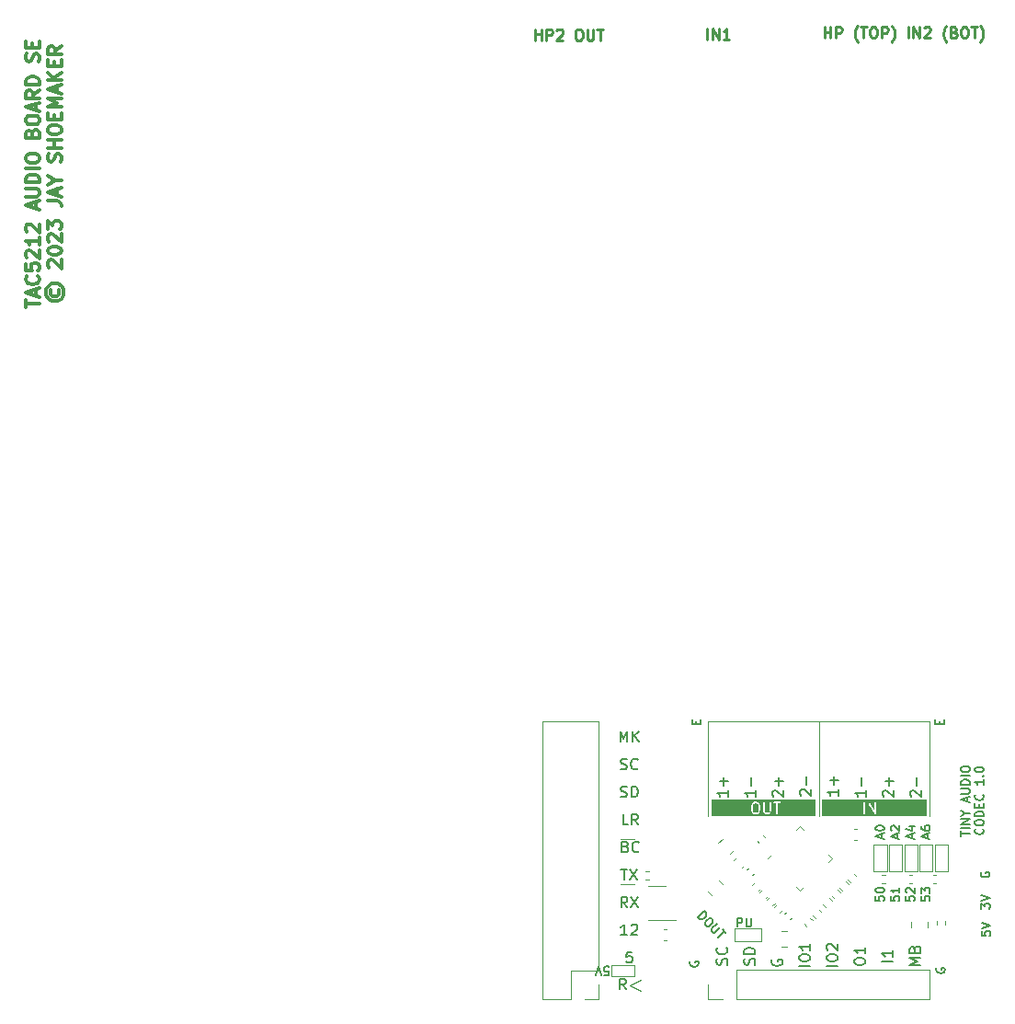
<source format=gbr>
%TF.GenerationSoftware,KiCad,Pcbnew,8.0.3*%
%TF.CreationDate,2024-06-12T16:29:16-04:00*%
%TF.ProjectId,tac5212_audio_board_single_ended,74616335-3231-4325-9f61-7564696f5f62,rev?*%
%TF.SameCoordinates,Original*%
%TF.FileFunction,Legend,Top*%
%TF.FilePolarity,Positive*%
%FSLAX46Y46*%
G04 Gerber Fmt 4.6, Leading zero omitted, Abs format (unit mm)*
G04 Created by KiCad (PCBNEW 8.0.3) date 2024-06-12 16:29:16*
%MOMM*%
%LPD*%
G01*
G04 APERTURE LIST*
%ADD10C,0.300000*%
%ADD11C,0.250000*%
%ADD12C,0.200000*%
%ADD13C,0.150000*%
%ADD14C,0.120000*%
%ADD15C,0.100000*%
G04 APERTURE END LIST*
D10*
X37906458Y-60321428D02*
X37906458Y-59607142D01*
X39156458Y-59964285D02*
X37906458Y-59964285D01*
X38799315Y-59249999D02*
X38799315Y-58654761D01*
X39156458Y-59369047D02*
X37906458Y-58952380D01*
X37906458Y-58952380D02*
X39156458Y-58535714D01*
X39037411Y-57404761D02*
X39096935Y-57464285D01*
X39096935Y-57464285D02*
X39156458Y-57642856D01*
X39156458Y-57642856D02*
X39156458Y-57761904D01*
X39156458Y-57761904D02*
X39096935Y-57940475D01*
X39096935Y-57940475D02*
X38977887Y-58059523D01*
X38977887Y-58059523D02*
X38858839Y-58119046D01*
X38858839Y-58119046D02*
X38620744Y-58178570D01*
X38620744Y-58178570D02*
X38442173Y-58178570D01*
X38442173Y-58178570D02*
X38204077Y-58119046D01*
X38204077Y-58119046D02*
X38085030Y-58059523D01*
X38085030Y-58059523D02*
X37965982Y-57940475D01*
X37965982Y-57940475D02*
X37906458Y-57761904D01*
X37906458Y-57761904D02*
X37906458Y-57642856D01*
X37906458Y-57642856D02*
X37965982Y-57464285D01*
X37965982Y-57464285D02*
X38025506Y-57404761D01*
X37906458Y-56273808D02*
X37906458Y-56869046D01*
X37906458Y-56869046D02*
X38501696Y-56928570D01*
X38501696Y-56928570D02*
X38442173Y-56869046D01*
X38442173Y-56869046D02*
X38382649Y-56749999D01*
X38382649Y-56749999D02*
X38382649Y-56452380D01*
X38382649Y-56452380D02*
X38442173Y-56333332D01*
X38442173Y-56333332D02*
X38501696Y-56273808D01*
X38501696Y-56273808D02*
X38620744Y-56214285D01*
X38620744Y-56214285D02*
X38918363Y-56214285D01*
X38918363Y-56214285D02*
X39037411Y-56273808D01*
X39037411Y-56273808D02*
X39096935Y-56333332D01*
X39096935Y-56333332D02*
X39156458Y-56452380D01*
X39156458Y-56452380D02*
X39156458Y-56749999D01*
X39156458Y-56749999D02*
X39096935Y-56869046D01*
X39096935Y-56869046D02*
X39037411Y-56928570D01*
X38025506Y-55738094D02*
X37965982Y-55678570D01*
X37965982Y-55678570D02*
X37906458Y-55559523D01*
X37906458Y-55559523D02*
X37906458Y-55261904D01*
X37906458Y-55261904D02*
X37965982Y-55142856D01*
X37965982Y-55142856D02*
X38025506Y-55083332D01*
X38025506Y-55083332D02*
X38144554Y-55023809D01*
X38144554Y-55023809D02*
X38263601Y-55023809D01*
X38263601Y-55023809D02*
X38442173Y-55083332D01*
X38442173Y-55083332D02*
X39156458Y-55797618D01*
X39156458Y-55797618D02*
X39156458Y-55023809D01*
X39156458Y-53833333D02*
X39156458Y-54547618D01*
X39156458Y-54190475D02*
X37906458Y-54190475D01*
X37906458Y-54190475D02*
X38085030Y-54309523D01*
X38085030Y-54309523D02*
X38204077Y-54428571D01*
X38204077Y-54428571D02*
X38263601Y-54547618D01*
X38025506Y-53357142D02*
X37965982Y-53297618D01*
X37965982Y-53297618D02*
X37906458Y-53178571D01*
X37906458Y-53178571D02*
X37906458Y-52880952D01*
X37906458Y-52880952D02*
X37965982Y-52761904D01*
X37965982Y-52761904D02*
X38025506Y-52702380D01*
X38025506Y-52702380D02*
X38144554Y-52642857D01*
X38144554Y-52642857D02*
X38263601Y-52642857D01*
X38263601Y-52642857D02*
X38442173Y-52702380D01*
X38442173Y-52702380D02*
X39156458Y-53416666D01*
X39156458Y-53416666D02*
X39156458Y-52642857D01*
X38799315Y-51214285D02*
X38799315Y-50619047D01*
X39156458Y-51333333D02*
X37906458Y-50916666D01*
X37906458Y-50916666D02*
X39156458Y-50500000D01*
X37906458Y-50083332D02*
X38918363Y-50083332D01*
X38918363Y-50083332D02*
X39037411Y-50023809D01*
X39037411Y-50023809D02*
X39096935Y-49964285D01*
X39096935Y-49964285D02*
X39156458Y-49845237D01*
X39156458Y-49845237D02*
X39156458Y-49607142D01*
X39156458Y-49607142D02*
X39096935Y-49488094D01*
X39096935Y-49488094D02*
X39037411Y-49428571D01*
X39037411Y-49428571D02*
X38918363Y-49369047D01*
X38918363Y-49369047D02*
X37906458Y-49369047D01*
X39156458Y-48773808D02*
X37906458Y-48773808D01*
X37906458Y-48773808D02*
X37906458Y-48476189D01*
X37906458Y-48476189D02*
X37965982Y-48297618D01*
X37965982Y-48297618D02*
X38085030Y-48178570D01*
X38085030Y-48178570D02*
X38204077Y-48119047D01*
X38204077Y-48119047D02*
X38442173Y-48059523D01*
X38442173Y-48059523D02*
X38620744Y-48059523D01*
X38620744Y-48059523D02*
X38858839Y-48119047D01*
X38858839Y-48119047D02*
X38977887Y-48178570D01*
X38977887Y-48178570D02*
X39096935Y-48297618D01*
X39096935Y-48297618D02*
X39156458Y-48476189D01*
X39156458Y-48476189D02*
X39156458Y-48773808D01*
X39156458Y-47523808D02*
X37906458Y-47523808D01*
X37906458Y-46690475D02*
X37906458Y-46452380D01*
X37906458Y-46452380D02*
X37965982Y-46333332D01*
X37965982Y-46333332D02*
X38085030Y-46214285D01*
X38085030Y-46214285D02*
X38323125Y-46154761D01*
X38323125Y-46154761D02*
X38739792Y-46154761D01*
X38739792Y-46154761D02*
X38977887Y-46214285D01*
X38977887Y-46214285D02*
X39096935Y-46333332D01*
X39096935Y-46333332D02*
X39156458Y-46452380D01*
X39156458Y-46452380D02*
X39156458Y-46690475D01*
X39156458Y-46690475D02*
X39096935Y-46809523D01*
X39096935Y-46809523D02*
X38977887Y-46928570D01*
X38977887Y-46928570D02*
X38739792Y-46988094D01*
X38739792Y-46988094D02*
X38323125Y-46988094D01*
X38323125Y-46988094D02*
X38085030Y-46928570D01*
X38085030Y-46928570D02*
X37965982Y-46809523D01*
X37965982Y-46809523D02*
X37906458Y-46690475D01*
X38501696Y-44249999D02*
X38561220Y-44071427D01*
X38561220Y-44071427D02*
X38620744Y-44011904D01*
X38620744Y-44011904D02*
X38739792Y-43952380D01*
X38739792Y-43952380D02*
X38918363Y-43952380D01*
X38918363Y-43952380D02*
X39037411Y-44011904D01*
X39037411Y-44011904D02*
X39096935Y-44071427D01*
X39096935Y-44071427D02*
X39156458Y-44190475D01*
X39156458Y-44190475D02*
X39156458Y-44666665D01*
X39156458Y-44666665D02*
X37906458Y-44666665D01*
X37906458Y-44666665D02*
X37906458Y-44249999D01*
X37906458Y-44249999D02*
X37965982Y-44130951D01*
X37965982Y-44130951D02*
X38025506Y-44071427D01*
X38025506Y-44071427D02*
X38144554Y-44011904D01*
X38144554Y-44011904D02*
X38263601Y-44011904D01*
X38263601Y-44011904D02*
X38382649Y-44071427D01*
X38382649Y-44071427D02*
X38442173Y-44130951D01*
X38442173Y-44130951D02*
X38501696Y-44249999D01*
X38501696Y-44249999D02*
X38501696Y-44666665D01*
X37906458Y-43178570D02*
X37906458Y-42940475D01*
X37906458Y-42940475D02*
X37965982Y-42821427D01*
X37965982Y-42821427D02*
X38085030Y-42702380D01*
X38085030Y-42702380D02*
X38323125Y-42642856D01*
X38323125Y-42642856D02*
X38739792Y-42642856D01*
X38739792Y-42642856D02*
X38977887Y-42702380D01*
X38977887Y-42702380D02*
X39096935Y-42821427D01*
X39096935Y-42821427D02*
X39156458Y-42940475D01*
X39156458Y-42940475D02*
X39156458Y-43178570D01*
X39156458Y-43178570D02*
X39096935Y-43297618D01*
X39096935Y-43297618D02*
X38977887Y-43416665D01*
X38977887Y-43416665D02*
X38739792Y-43476189D01*
X38739792Y-43476189D02*
X38323125Y-43476189D01*
X38323125Y-43476189D02*
X38085030Y-43416665D01*
X38085030Y-43416665D02*
X37965982Y-43297618D01*
X37965982Y-43297618D02*
X37906458Y-43178570D01*
X38799315Y-42166665D02*
X38799315Y-41571427D01*
X39156458Y-42285713D02*
X37906458Y-41869046D01*
X37906458Y-41869046D02*
X39156458Y-41452380D01*
X39156458Y-40321427D02*
X38561220Y-40738093D01*
X39156458Y-41035712D02*
X37906458Y-41035712D01*
X37906458Y-41035712D02*
X37906458Y-40559522D01*
X37906458Y-40559522D02*
X37965982Y-40440474D01*
X37965982Y-40440474D02*
X38025506Y-40380951D01*
X38025506Y-40380951D02*
X38144554Y-40321427D01*
X38144554Y-40321427D02*
X38323125Y-40321427D01*
X38323125Y-40321427D02*
X38442173Y-40380951D01*
X38442173Y-40380951D02*
X38501696Y-40440474D01*
X38501696Y-40440474D02*
X38561220Y-40559522D01*
X38561220Y-40559522D02*
X38561220Y-41035712D01*
X39156458Y-39785712D02*
X37906458Y-39785712D01*
X37906458Y-39785712D02*
X37906458Y-39488093D01*
X37906458Y-39488093D02*
X37965982Y-39309522D01*
X37965982Y-39309522D02*
X38085030Y-39190474D01*
X38085030Y-39190474D02*
X38204077Y-39130951D01*
X38204077Y-39130951D02*
X38442173Y-39071427D01*
X38442173Y-39071427D02*
X38620744Y-39071427D01*
X38620744Y-39071427D02*
X38858839Y-39130951D01*
X38858839Y-39130951D02*
X38977887Y-39190474D01*
X38977887Y-39190474D02*
X39096935Y-39309522D01*
X39096935Y-39309522D02*
X39156458Y-39488093D01*
X39156458Y-39488093D02*
X39156458Y-39785712D01*
X39096935Y-37642855D02*
X39156458Y-37464284D01*
X39156458Y-37464284D02*
X39156458Y-37166665D01*
X39156458Y-37166665D02*
X39096935Y-37047617D01*
X39096935Y-37047617D02*
X39037411Y-36988093D01*
X39037411Y-36988093D02*
X38918363Y-36928570D01*
X38918363Y-36928570D02*
X38799315Y-36928570D01*
X38799315Y-36928570D02*
X38680268Y-36988093D01*
X38680268Y-36988093D02*
X38620744Y-37047617D01*
X38620744Y-37047617D02*
X38561220Y-37166665D01*
X38561220Y-37166665D02*
X38501696Y-37404760D01*
X38501696Y-37404760D02*
X38442173Y-37523808D01*
X38442173Y-37523808D02*
X38382649Y-37583331D01*
X38382649Y-37583331D02*
X38263601Y-37642855D01*
X38263601Y-37642855D02*
X38144554Y-37642855D01*
X38144554Y-37642855D02*
X38025506Y-37583331D01*
X38025506Y-37583331D02*
X37965982Y-37523808D01*
X37965982Y-37523808D02*
X37906458Y-37404760D01*
X37906458Y-37404760D02*
X37906458Y-37107141D01*
X37906458Y-37107141D02*
X37965982Y-36928570D01*
X38501696Y-36392855D02*
X38501696Y-35976189D01*
X39156458Y-35797617D02*
X39156458Y-36392855D01*
X39156458Y-36392855D02*
X37906458Y-36392855D01*
X37906458Y-36392855D02*
X37906458Y-35797617D01*
X40216507Y-58654761D02*
X40156984Y-58773808D01*
X40156984Y-58773808D02*
X40156984Y-59011904D01*
X40156984Y-59011904D02*
X40216507Y-59130951D01*
X40216507Y-59130951D02*
X40335555Y-59249999D01*
X40335555Y-59249999D02*
X40454603Y-59309523D01*
X40454603Y-59309523D02*
X40692698Y-59309523D01*
X40692698Y-59309523D02*
X40811745Y-59249999D01*
X40811745Y-59249999D02*
X40930793Y-59130951D01*
X40930793Y-59130951D02*
X40990317Y-59011904D01*
X40990317Y-59011904D02*
X40990317Y-58773808D01*
X40990317Y-58773808D02*
X40930793Y-58654761D01*
X39740317Y-58892856D02*
X39799841Y-59190475D01*
X39799841Y-59190475D02*
X39978412Y-59488094D01*
X39978412Y-59488094D02*
X40276031Y-59666665D01*
X40276031Y-59666665D02*
X40573650Y-59726189D01*
X40573650Y-59726189D02*
X40871269Y-59666665D01*
X40871269Y-59666665D02*
X41168888Y-59488094D01*
X41168888Y-59488094D02*
X41347460Y-59190475D01*
X41347460Y-59190475D02*
X41406984Y-58892856D01*
X41406984Y-58892856D02*
X41347460Y-58595237D01*
X41347460Y-58595237D02*
X41168888Y-58297618D01*
X41168888Y-58297618D02*
X40871269Y-58119046D01*
X40871269Y-58119046D02*
X40573650Y-58059523D01*
X40573650Y-58059523D02*
X40276031Y-58119046D01*
X40276031Y-58119046D02*
X39978412Y-58297618D01*
X39978412Y-58297618D02*
X39799841Y-58595237D01*
X39799841Y-58595237D02*
X39740317Y-58892856D01*
X40037936Y-56630951D02*
X39978412Y-56571427D01*
X39978412Y-56571427D02*
X39918888Y-56452380D01*
X39918888Y-56452380D02*
X39918888Y-56154761D01*
X39918888Y-56154761D02*
X39978412Y-56035713D01*
X39978412Y-56035713D02*
X40037936Y-55976189D01*
X40037936Y-55976189D02*
X40156984Y-55916666D01*
X40156984Y-55916666D02*
X40276031Y-55916666D01*
X40276031Y-55916666D02*
X40454603Y-55976189D01*
X40454603Y-55976189D02*
X41168888Y-56690475D01*
X41168888Y-56690475D02*
X41168888Y-55916666D01*
X39918888Y-55142856D02*
X39918888Y-55023809D01*
X39918888Y-55023809D02*
X39978412Y-54904761D01*
X39978412Y-54904761D02*
X40037936Y-54845237D01*
X40037936Y-54845237D02*
X40156984Y-54785713D01*
X40156984Y-54785713D02*
X40395079Y-54726190D01*
X40395079Y-54726190D02*
X40692698Y-54726190D01*
X40692698Y-54726190D02*
X40930793Y-54785713D01*
X40930793Y-54785713D02*
X41049841Y-54845237D01*
X41049841Y-54845237D02*
X41109365Y-54904761D01*
X41109365Y-54904761D02*
X41168888Y-55023809D01*
X41168888Y-55023809D02*
X41168888Y-55142856D01*
X41168888Y-55142856D02*
X41109365Y-55261904D01*
X41109365Y-55261904D02*
X41049841Y-55321428D01*
X41049841Y-55321428D02*
X40930793Y-55380951D01*
X40930793Y-55380951D02*
X40692698Y-55440475D01*
X40692698Y-55440475D02*
X40395079Y-55440475D01*
X40395079Y-55440475D02*
X40156984Y-55380951D01*
X40156984Y-55380951D02*
X40037936Y-55321428D01*
X40037936Y-55321428D02*
X39978412Y-55261904D01*
X39978412Y-55261904D02*
X39918888Y-55142856D01*
X40037936Y-54249999D02*
X39978412Y-54190475D01*
X39978412Y-54190475D02*
X39918888Y-54071428D01*
X39918888Y-54071428D02*
X39918888Y-53773809D01*
X39918888Y-53773809D02*
X39978412Y-53654761D01*
X39978412Y-53654761D02*
X40037936Y-53595237D01*
X40037936Y-53595237D02*
X40156984Y-53535714D01*
X40156984Y-53535714D02*
X40276031Y-53535714D01*
X40276031Y-53535714D02*
X40454603Y-53595237D01*
X40454603Y-53595237D02*
X41168888Y-54309523D01*
X41168888Y-54309523D02*
X41168888Y-53535714D01*
X39918888Y-53119047D02*
X39918888Y-52345238D01*
X39918888Y-52345238D02*
X40395079Y-52761904D01*
X40395079Y-52761904D02*
X40395079Y-52583333D01*
X40395079Y-52583333D02*
X40454603Y-52464285D01*
X40454603Y-52464285D02*
X40514126Y-52404761D01*
X40514126Y-52404761D02*
X40633174Y-52345238D01*
X40633174Y-52345238D02*
X40930793Y-52345238D01*
X40930793Y-52345238D02*
X41049841Y-52404761D01*
X41049841Y-52404761D02*
X41109365Y-52464285D01*
X41109365Y-52464285D02*
X41168888Y-52583333D01*
X41168888Y-52583333D02*
X41168888Y-52940476D01*
X41168888Y-52940476D02*
X41109365Y-53059523D01*
X41109365Y-53059523D02*
X41049841Y-53119047D01*
X39918888Y-50500000D02*
X40811745Y-50500000D01*
X40811745Y-50500000D02*
X40990317Y-50559523D01*
X40990317Y-50559523D02*
X41109365Y-50678571D01*
X41109365Y-50678571D02*
X41168888Y-50857142D01*
X41168888Y-50857142D02*
X41168888Y-50976190D01*
X40811745Y-49964285D02*
X40811745Y-49369047D01*
X41168888Y-50083333D02*
X39918888Y-49666666D01*
X39918888Y-49666666D02*
X41168888Y-49250000D01*
X40573650Y-48595237D02*
X41168888Y-48595237D01*
X39918888Y-49011904D02*
X40573650Y-48595237D01*
X40573650Y-48595237D02*
X39918888Y-48178571D01*
X41109365Y-46869046D02*
X41168888Y-46690475D01*
X41168888Y-46690475D02*
X41168888Y-46392856D01*
X41168888Y-46392856D02*
X41109365Y-46273808D01*
X41109365Y-46273808D02*
X41049841Y-46214284D01*
X41049841Y-46214284D02*
X40930793Y-46154761D01*
X40930793Y-46154761D02*
X40811745Y-46154761D01*
X40811745Y-46154761D02*
X40692698Y-46214284D01*
X40692698Y-46214284D02*
X40633174Y-46273808D01*
X40633174Y-46273808D02*
X40573650Y-46392856D01*
X40573650Y-46392856D02*
X40514126Y-46630951D01*
X40514126Y-46630951D02*
X40454603Y-46749999D01*
X40454603Y-46749999D02*
X40395079Y-46809522D01*
X40395079Y-46809522D02*
X40276031Y-46869046D01*
X40276031Y-46869046D02*
X40156984Y-46869046D01*
X40156984Y-46869046D02*
X40037936Y-46809522D01*
X40037936Y-46809522D02*
X39978412Y-46749999D01*
X39978412Y-46749999D02*
X39918888Y-46630951D01*
X39918888Y-46630951D02*
X39918888Y-46333332D01*
X39918888Y-46333332D02*
X39978412Y-46154761D01*
X41168888Y-45619046D02*
X39918888Y-45619046D01*
X40514126Y-45619046D02*
X40514126Y-44904761D01*
X41168888Y-44904761D02*
X39918888Y-44904761D01*
X39918888Y-44071427D02*
X39918888Y-43833332D01*
X39918888Y-43833332D02*
X39978412Y-43714284D01*
X39978412Y-43714284D02*
X40097460Y-43595237D01*
X40097460Y-43595237D02*
X40335555Y-43535713D01*
X40335555Y-43535713D02*
X40752222Y-43535713D01*
X40752222Y-43535713D02*
X40990317Y-43595237D01*
X40990317Y-43595237D02*
X41109365Y-43714284D01*
X41109365Y-43714284D02*
X41168888Y-43833332D01*
X41168888Y-43833332D02*
X41168888Y-44071427D01*
X41168888Y-44071427D02*
X41109365Y-44190475D01*
X41109365Y-44190475D02*
X40990317Y-44309522D01*
X40990317Y-44309522D02*
X40752222Y-44369046D01*
X40752222Y-44369046D02*
X40335555Y-44369046D01*
X40335555Y-44369046D02*
X40097460Y-44309522D01*
X40097460Y-44309522D02*
X39978412Y-44190475D01*
X39978412Y-44190475D02*
X39918888Y-44071427D01*
X40514126Y-42999998D02*
X40514126Y-42583332D01*
X41168888Y-42404760D02*
X41168888Y-42999998D01*
X41168888Y-42999998D02*
X39918888Y-42999998D01*
X39918888Y-42999998D02*
X39918888Y-42404760D01*
X41168888Y-41869046D02*
X39918888Y-41869046D01*
X39918888Y-41869046D02*
X40811745Y-41452380D01*
X40811745Y-41452380D02*
X39918888Y-41035713D01*
X39918888Y-41035713D02*
X41168888Y-41035713D01*
X40811745Y-40499999D02*
X40811745Y-39904761D01*
X41168888Y-40619047D02*
X39918888Y-40202380D01*
X39918888Y-40202380D02*
X41168888Y-39785714D01*
X41168888Y-39369046D02*
X39918888Y-39369046D01*
X41168888Y-38654761D02*
X40454603Y-39190475D01*
X39918888Y-38654761D02*
X40633174Y-39369046D01*
X40514126Y-38119046D02*
X40514126Y-37702380D01*
X41168888Y-37523808D02*
X41168888Y-38119046D01*
X41168888Y-38119046D02*
X39918888Y-38119046D01*
X39918888Y-38119046D02*
X39918888Y-37523808D01*
X41168888Y-36273809D02*
X40573650Y-36690475D01*
X41168888Y-36988094D02*
X39918888Y-36988094D01*
X39918888Y-36988094D02*
X39918888Y-36511904D01*
X39918888Y-36511904D02*
X39978412Y-36392856D01*
X39978412Y-36392856D02*
X40037936Y-36333333D01*
X40037936Y-36333333D02*
X40156984Y-36273809D01*
X40156984Y-36273809D02*
X40335555Y-36273809D01*
X40335555Y-36273809D02*
X40454603Y-36333333D01*
X40454603Y-36333333D02*
X40514126Y-36392856D01*
X40514126Y-36392856D02*
X40573650Y-36511904D01*
X40573650Y-36511904D02*
X40573650Y-36988094D01*
D11*
X111440475Y-35489619D02*
X111440475Y-34489619D01*
X111440475Y-34965809D02*
X112011903Y-34965809D01*
X112011903Y-35489619D02*
X112011903Y-34489619D01*
X112488094Y-35489619D02*
X112488094Y-34489619D01*
X112488094Y-34489619D02*
X112869046Y-34489619D01*
X112869046Y-34489619D02*
X112964284Y-34537238D01*
X112964284Y-34537238D02*
X113011903Y-34584857D01*
X113011903Y-34584857D02*
X113059522Y-34680095D01*
X113059522Y-34680095D02*
X113059522Y-34822952D01*
X113059522Y-34822952D02*
X113011903Y-34918190D01*
X113011903Y-34918190D02*
X112964284Y-34965809D01*
X112964284Y-34965809D02*
X112869046Y-35013428D01*
X112869046Y-35013428D02*
X112488094Y-35013428D01*
X114535713Y-35870571D02*
X114488094Y-35822952D01*
X114488094Y-35822952D02*
X114392856Y-35680095D01*
X114392856Y-35680095D02*
X114345237Y-35584857D01*
X114345237Y-35584857D02*
X114297618Y-35442000D01*
X114297618Y-35442000D02*
X114249999Y-35203904D01*
X114249999Y-35203904D02*
X114249999Y-35013428D01*
X114249999Y-35013428D02*
X114297618Y-34775333D01*
X114297618Y-34775333D02*
X114345237Y-34632476D01*
X114345237Y-34632476D02*
X114392856Y-34537238D01*
X114392856Y-34537238D02*
X114488094Y-34394380D01*
X114488094Y-34394380D02*
X114535713Y-34346761D01*
X114773809Y-34489619D02*
X115345237Y-34489619D01*
X115059523Y-35489619D02*
X115059523Y-34489619D01*
X115869047Y-34489619D02*
X116059523Y-34489619D01*
X116059523Y-34489619D02*
X116154761Y-34537238D01*
X116154761Y-34537238D02*
X116249999Y-34632476D01*
X116249999Y-34632476D02*
X116297618Y-34822952D01*
X116297618Y-34822952D02*
X116297618Y-35156285D01*
X116297618Y-35156285D02*
X116249999Y-35346761D01*
X116249999Y-35346761D02*
X116154761Y-35442000D01*
X116154761Y-35442000D02*
X116059523Y-35489619D01*
X116059523Y-35489619D02*
X115869047Y-35489619D01*
X115869047Y-35489619D02*
X115773809Y-35442000D01*
X115773809Y-35442000D02*
X115678571Y-35346761D01*
X115678571Y-35346761D02*
X115630952Y-35156285D01*
X115630952Y-35156285D02*
X115630952Y-34822952D01*
X115630952Y-34822952D02*
X115678571Y-34632476D01*
X115678571Y-34632476D02*
X115773809Y-34537238D01*
X115773809Y-34537238D02*
X115869047Y-34489619D01*
X116726190Y-35489619D02*
X116726190Y-34489619D01*
X116726190Y-34489619D02*
X117107142Y-34489619D01*
X117107142Y-34489619D02*
X117202380Y-34537238D01*
X117202380Y-34537238D02*
X117249999Y-34584857D01*
X117249999Y-34584857D02*
X117297618Y-34680095D01*
X117297618Y-34680095D02*
X117297618Y-34822952D01*
X117297618Y-34822952D02*
X117249999Y-34918190D01*
X117249999Y-34918190D02*
X117202380Y-34965809D01*
X117202380Y-34965809D02*
X117107142Y-35013428D01*
X117107142Y-35013428D02*
X116726190Y-35013428D01*
X117630952Y-35870571D02*
X117678571Y-35822952D01*
X117678571Y-35822952D02*
X117773809Y-35680095D01*
X117773809Y-35680095D02*
X117821428Y-35584857D01*
X117821428Y-35584857D02*
X117869047Y-35442000D01*
X117869047Y-35442000D02*
X117916666Y-35203904D01*
X117916666Y-35203904D02*
X117916666Y-35013428D01*
X117916666Y-35013428D02*
X117869047Y-34775333D01*
X117869047Y-34775333D02*
X117821428Y-34632476D01*
X117821428Y-34632476D02*
X117773809Y-34537238D01*
X117773809Y-34537238D02*
X117678571Y-34394380D01*
X117678571Y-34394380D02*
X117630952Y-34346761D01*
X119154762Y-35489619D02*
X119154762Y-34489619D01*
X119630952Y-35489619D02*
X119630952Y-34489619D01*
X119630952Y-34489619D02*
X120202380Y-35489619D01*
X120202380Y-35489619D02*
X120202380Y-34489619D01*
X120630952Y-34584857D02*
X120678571Y-34537238D01*
X120678571Y-34537238D02*
X120773809Y-34489619D01*
X120773809Y-34489619D02*
X121011904Y-34489619D01*
X121011904Y-34489619D02*
X121107142Y-34537238D01*
X121107142Y-34537238D02*
X121154761Y-34584857D01*
X121154761Y-34584857D02*
X121202380Y-34680095D01*
X121202380Y-34680095D02*
X121202380Y-34775333D01*
X121202380Y-34775333D02*
X121154761Y-34918190D01*
X121154761Y-34918190D02*
X120583333Y-35489619D01*
X120583333Y-35489619D02*
X121202380Y-35489619D01*
X122678571Y-35870571D02*
X122630952Y-35822952D01*
X122630952Y-35822952D02*
X122535714Y-35680095D01*
X122535714Y-35680095D02*
X122488095Y-35584857D01*
X122488095Y-35584857D02*
X122440476Y-35442000D01*
X122440476Y-35442000D02*
X122392857Y-35203904D01*
X122392857Y-35203904D02*
X122392857Y-35013428D01*
X122392857Y-35013428D02*
X122440476Y-34775333D01*
X122440476Y-34775333D02*
X122488095Y-34632476D01*
X122488095Y-34632476D02*
X122535714Y-34537238D01*
X122535714Y-34537238D02*
X122630952Y-34394380D01*
X122630952Y-34394380D02*
X122678571Y-34346761D01*
X123392857Y-34965809D02*
X123535714Y-35013428D01*
X123535714Y-35013428D02*
X123583333Y-35061047D01*
X123583333Y-35061047D02*
X123630952Y-35156285D01*
X123630952Y-35156285D02*
X123630952Y-35299142D01*
X123630952Y-35299142D02*
X123583333Y-35394380D01*
X123583333Y-35394380D02*
X123535714Y-35442000D01*
X123535714Y-35442000D02*
X123440476Y-35489619D01*
X123440476Y-35489619D02*
X123059524Y-35489619D01*
X123059524Y-35489619D02*
X123059524Y-34489619D01*
X123059524Y-34489619D02*
X123392857Y-34489619D01*
X123392857Y-34489619D02*
X123488095Y-34537238D01*
X123488095Y-34537238D02*
X123535714Y-34584857D01*
X123535714Y-34584857D02*
X123583333Y-34680095D01*
X123583333Y-34680095D02*
X123583333Y-34775333D01*
X123583333Y-34775333D02*
X123535714Y-34870571D01*
X123535714Y-34870571D02*
X123488095Y-34918190D01*
X123488095Y-34918190D02*
X123392857Y-34965809D01*
X123392857Y-34965809D02*
X123059524Y-34965809D01*
X124250000Y-34489619D02*
X124440476Y-34489619D01*
X124440476Y-34489619D02*
X124535714Y-34537238D01*
X124535714Y-34537238D02*
X124630952Y-34632476D01*
X124630952Y-34632476D02*
X124678571Y-34822952D01*
X124678571Y-34822952D02*
X124678571Y-35156285D01*
X124678571Y-35156285D02*
X124630952Y-35346761D01*
X124630952Y-35346761D02*
X124535714Y-35442000D01*
X124535714Y-35442000D02*
X124440476Y-35489619D01*
X124440476Y-35489619D02*
X124250000Y-35489619D01*
X124250000Y-35489619D02*
X124154762Y-35442000D01*
X124154762Y-35442000D02*
X124059524Y-35346761D01*
X124059524Y-35346761D02*
X124011905Y-35156285D01*
X124011905Y-35156285D02*
X124011905Y-34822952D01*
X124011905Y-34822952D02*
X124059524Y-34632476D01*
X124059524Y-34632476D02*
X124154762Y-34537238D01*
X124154762Y-34537238D02*
X124250000Y-34489619D01*
X124964286Y-34489619D02*
X125535714Y-34489619D01*
X125250000Y-35489619D02*
X125250000Y-34489619D01*
X125773810Y-35870571D02*
X125821429Y-35822952D01*
X125821429Y-35822952D02*
X125916667Y-35680095D01*
X125916667Y-35680095D02*
X125964286Y-35584857D01*
X125964286Y-35584857D02*
X126011905Y-35442000D01*
X126011905Y-35442000D02*
X126059524Y-35203904D01*
X126059524Y-35203904D02*
X126059524Y-35013428D01*
X126059524Y-35013428D02*
X126011905Y-34775333D01*
X126011905Y-34775333D02*
X125964286Y-34632476D01*
X125964286Y-34632476D02*
X125916667Y-34537238D01*
X125916667Y-34537238D02*
X125821429Y-34394380D01*
X125821429Y-34394380D02*
X125773810Y-34346761D01*
X100650000Y-35629619D02*
X100650000Y-34629619D01*
X101126190Y-35629619D02*
X101126190Y-34629619D01*
X101126190Y-34629619D02*
X101697618Y-35629619D01*
X101697618Y-35629619D02*
X101697618Y-34629619D01*
X102697618Y-35629619D02*
X102126190Y-35629619D01*
X102411904Y-35629619D02*
X102411904Y-34629619D01*
X102411904Y-34629619D02*
X102316666Y-34772476D01*
X102316666Y-34772476D02*
X102221428Y-34867714D01*
X102221428Y-34867714D02*
X102126190Y-34915333D01*
X84788571Y-35699619D02*
X84788571Y-34699619D01*
X84788571Y-35175809D02*
X85359999Y-35175809D01*
X85359999Y-35699619D02*
X85359999Y-34699619D01*
X85836190Y-35699619D02*
X85836190Y-34699619D01*
X85836190Y-34699619D02*
X86217142Y-34699619D01*
X86217142Y-34699619D02*
X86312380Y-34747238D01*
X86312380Y-34747238D02*
X86359999Y-34794857D01*
X86359999Y-34794857D02*
X86407618Y-34890095D01*
X86407618Y-34890095D02*
X86407618Y-35032952D01*
X86407618Y-35032952D02*
X86359999Y-35128190D01*
X86359999Y-35128190D02*
X86312380Y-35175809D01*
X86312380Y-35175809D02*
X86217142Y-35223428D01*
X86217142Y-35223428D02*
X85836190Y-35223428D01*
X86788571Y-34794857D02*
X86836190Y-34747238D01*
X86836190Y-34747238D02*
X86931428Y-34699619D01*
X86931428Y-34699619D02*
X87169523Y-34699619D01*
X87169523Y-34699619D02*
X87264761Y-34747238D01*
X87264761Y-34747238D02*
X87312380Y-34794857D01*
X87312380Y-34794857D02*
X87359999Y-34890095D01*
X87359999Y-34890095D02*
X87359999Y-34985333D01*
X87359999Y-34985333D02*
X87312380Y-35128190D01*
X87312380Y-35128190D02*
X86740952Y-35699619D01*
X86740952Y-35699619D02*
X87359999Y-35699619D01*
X88740952Y-34699619D02*
X88931428Y-34699619D01*
X88931428Y-34699619D02*
X89026666Y-34747238D01*
X89026666Y-34747238D02*
X89121904Y-34842476D01*
X89121904Y-34842476D02*
X89169523Y-35032952D01*
X89169523Y-35032952D02*
X89169523Y-35366285D01*
X89169523Y-35366285D02*
X89121904Y-35556761D01*
X89121904Y-35556761D02*
X89026666Y-35652000D01*
X89026666Y-35652000D02*
X88931428Y-35699619D01*
X88931428Y-35699619D02*
X88740952Y-35699619D01*
X88740952Y-35699619D02*
X88645714Y-35652000D01*
X88645714Y-35652000D02*
X88550476Y-35556761D01*
X88550476Y-35556761D02*
X88502857Y-35366285D01*
X88502857Y-35366285D02*
X88502857Y-35032952D01*
X88502857Y-35032952D02*
X88550476Y-34842476D01*
X88550476Y-34842476D02*
X88645714Y-34747238D01*
X88645714Y-34747238D02*
X88740952Y-34699619D01*
X89598095Y-34699619D02*
X89598095Y-35509142D01*
X89598095Y-35509142D02*
X89645714Y-35604380D01*
X89645714Y-35604380D02*
X89693333Y-35652000D01*
X89693333Y-35652000D02*
X89788571Y-35699619D01*
X89788571Y-35699619D02*
X89979047Y-35699619D01*
X89979047Y-35699619D02*
X90074285Y-35652000D01*
X90074285Y-35652000D02*
X90121904Y-35604380D01*
X90121904Y-35604380D02*
X90169523Y-35509142D01*
X90169523Y-35509142D02*
X90169523Y-34699619D01*
X90502857Y-34699619D02*
X91074285Y-34699619D01*
X90788571Y-35699619D02*
X90788571Y-34699619D01*
D12*
X124027695Y-108957141D02*
X124027695Y-108499998D01*
X124827695Y-108728570D02*
X124027695Y-108728570D01*
X124827695Y-108233331D02*
X124027695Y-108233331D01*
X124827695Y-107852379D02*
X124027695Y-107852379D01*
X124027695Y-107852379D02*
X124827695Y-107395236D01*
X124827695Y-107395236D02*
X124027695Y-107395236D01*
X124446742Y-106861903D02*
X124827695Y-106861903D01*
X124027695Y-107128570D02*
X124446742Y-106861903D01*
X124446742Y-106861903D02*
X124027695Y-106595237D01*
X124599123Y-105757142D02*
X124599123Y-105376189D01*
X124827695Y-105833332D02*
X124027695Y-105566665D01*
X124027695Y-105566665D02*
X124827695Y-105299999D01*
X124027695Y-105033332D02*
X124675314Y-105033332D01*
X124675314Y-105033332D02*
X124751504Y-104995237D01*
X124751504Y-104995237D02*
X124789600Y-104957142D01*
X124789600Y-104957142D02*
X124827695Y-104880951D01*
X124827695Y-104880951D02*
X124827695Y-104728570D01*
X124827695Y-104728570D02*
X124789600Y-104652380D01*
X124789600Y-104652380D02*
X124751504Y-104614285D01*
X124751504Y-104614285D02*
X124675314Y-104576189D01*
X124675314Y-104576189D02*
X124027695Y-104576189D01*
X124827695Y-104195237D02*
X124027695Y-104195237D01*
X124027695Y-104195237D02*
X124027695Y-104004761D01*
X124027695Y-104004761D02*
X124065790Y-103890475D01*
X124065790Y-103890475D02*
X124141980Y-103814285D01*
X124141980Y-103814285D02*
X124218171Y-103776190D01*
X124218171Y-103776190D02*
X124370552Y-103738094D01*
X124370552Y-103738094D02*
X124484838Y-103738094D01*
X124484838Y-103738094D02*
X124637219Y-103776190D01*
X124637219Y-103776190D02*
X124713409Y-103814285D01*
X124713409Y-103814285D02*
X124789600Y-103890475D01*
X124789600Y-103890475D02*
X124827695Y-104004761D01*
X124827695Y-104004761D02*
X124827695Y-104195237D01*
X124827695Y-103395237D02*
X124027695Y-103395237D01*
X124027695Y-102861904D02*
X124027695Y-102709523D01*
X124027695Y-102709523D02*
X124065790Y-102633333D01*
X124065790Y-102633333D02*
X124141980Y-102557142D01*
X124141980Y-102557142D02*
X124294361Y-102519047D01*
X124294361Y-102519047D02*
X124561028Y-102519047D01*
X124561028Y-102519047D02*
X124713409Y-102557142D01*
X124713409Y-102557142D02*
X124789600Y-102633333D01*
X124789600Y-102633333D02*
X124827695Y-102709523D01*
X124827695Y-102709523D02*
X124827695Y-102861904D01*
X124827695Y-102861904D02*
X124789600Y-102938095D01*
X124789600Y-102938095D02*
X124713409Y-103014285D01*
X124713409Y-103014285D02*
X124561028Y-103052381D01*
X124561028Y-103052381D02*
X124294361Y-103052381D01*
X124294361Y-103052381D02*
X124141980Y-103014285D01*
X124141980Y-103014285D02*
X124065790Y-102938095D01*
X124065790Y-102938095D02*
X124027695Y-102861904D01*
X126039459Y-108290475D02*
X126077555Y-108328571D01*
X126077555Y-108328571D02*
X126115650Y-108442856D01*
X126115650Y-108442856D02*
X126115650Y-108519047D01*
X126115650Y-108519047D02*
X126077555Y-108633333D01*
X126077555Y-108633333D02*
X126001364Y-108709523D01*
X126001364Y-108709523D02*
X125925174Y-108747618D01*
X125925174Y-108747618D02*
X125772793Y-108785714D01*
X125772793Y-108785714D02*
X125658507Y-108785714D01*
X125658507Y-108785714D02*
X125506126Y-108747618D01*
X125506126Y-108747618D02*
X125429935Y-108709523D01*
X125429935Y-108709523D02*
X125353745Y-108633333D01*
X125353745Y-108633333D02*
X125315650Y-108519047D01*
X125315650Y-108519047D02*
X125315650Y-108442856D01*
X125315650Y-108442856D02*
X125353745Y-108328571D01*
X125353745Y-108328571D02*
X125391840Y-108290475D01*
X125315650Y-107795237D02*
X125315650Y-107642856D01*
X125315650Y-107642856D02*
X125353745Y-107566666D01*
X125353745Y-107566666D02*
X125429935Y-107490475D01*
X125429935Y-107490475D02*
X125582316Y-107452380D01*
X125582316Y-107452380D02*
X125848983Y-107452380D01*
X125848983Y-107452380D02*
X126001364Y-107490475D01*
X126001364Y-107490475D02*
X126077555Y-107566666D01*
X126077555Y-107566666D02*
X126115650Y-107642856D01*
X126115650Y-107642856D02*
X126115650Y-107795237D01*
X126115650Y-107795237D02*
X126077555Y-107871428D01*
X126077555Y-107871428D02*
X126001364Y-107947618D01*
X126001364Y-107947618D02*
X125848983Y-107985714D01*
X125848983Y-107985714D02*
X125582316Y-107985714D01*
X125582316Y-107985714D02*
X125429935Y-107947618D01*
X125429935Y-107947618D02*
X125353745Y-107871428D01*
X125353745Y-107871428D02*
X125315650Y-107795237D01*
X126115650Y-107109523D02*
X125315650Y-107109523D01*
X125315650Y-107109523D02*
X125315650Y-106919047D01*
X125315650Y-106919047D02*
X125353745Y-106804761D01*
X125353745Y-106804761D02*
X125429935Y-106728571D01*
X125429935Y-106728571D02*
X125506126Y-106690476D01*
X125506126Y-106690476D02*
X125658507Y-106652380D01*
X125658507Y-106652380D02*
X125772793Y-106652380D01*
X125772793Y-106652380D02*
X125925174Y-106690476D01*
X125925174Y-106690476D02*
X126001364Y-106728571D01*
X126001364Y-106728571D02*
X126077555Y-106804761D01*
X126077555Y-106804761D02*
X126115650Y-106919047D01*
X126115650Y-106919047D02*
X126115650Y-107109523D01*
X125696602Y-106309523D02*
X125696602Y-106042857D01*
X126115650Y-105928571D02*
X126115650Y-106309523D01*
X126115650Y-106309523D02*
X125315650Y-106309523D01*
X125315650Y-106309523D02*
X125315650Y-105928571D01*
X126039459Y-105128570D02*
X126077555Y-105166666D01*
X126077555Y-105166666D02*
X126115650Y-105280951D01*
X126115650Y-105280951D02*
X126115650Y-105357142D01*
X126115650Y-105357142D02*
X126077555Y-105471428D01*
X126077555Y-105471428D02*
X126001364Y-105547618D01*
X126001364Y-105547618D02*
X125925174Y-105585713D01*
X125925174Y-105585713D02*
X125772793Y-105623809D01*
X125772793Y-105623809D02*
X125658507Y-105623809D01*
X125658507Y-105623809D02*
X125506126Y-105585713D01*
X125506126Y-105585713D02*
X125429935Y-105547618D01*
X125429935Y-105547618D02*
X125353745Y-105471428D01*
X125353745Y-105471428D02*
X125315650Y-105357142D01*
X125315650Y-105357142D02*
X125315650Y-105280951D01*
X125315650Y-105280951D02*
X125353745Y-105166666D01*
X125353745Y-105166666D02*
X125391840Y-105128570D01*
X126115650Y-103757142D02*
X126115650Y-104214285D01*
X126115650Y-103985713D02*
X125315650Y-103985713D01*
X125315650Y-103985713D02*
X125429935Y-104061904D01*
X125429935Y-104061904D02*
X125506126Y-104138094D01*
X125506126Y-104138094D02*
X125544221Y-104214285D01*
X126039459Y-103414284D02*
X126077555Y-103376189D01*
X126077555Y-103376189D02*
X126115650Y-103414284D01*
X126115650Y-103414284D02*
X126077555Y-103452380D01*
X126077555Y-103452380D02*
X126039459Y-103414284D01*
X126039459Y-103414284D02*
X126115650Y-103414284D01*
X125315650Y-102880951D02*
X125315650Y-102804761D01*
X125315650Y-102804761D02*
X125353745Y-102728570D01*
X125353745Y-102728570D02*
X125391840Y-102690475D01*
X125391840Y-102690475D02*
X125468031Y-102652380D01*
X125468031Y-102652380D02*
X125620412Y-102614285D01*
X125620412Y-102614285D02*
X125810888Y-102614285D01*
X125810888Y-102614285D02*
X125963269Y-102652380D01*
X125963269Y-102652380D02*
X126039459Y-102690475D01*
X126039459Y-102690475D02*
X126077555Y-102728570D01*
X126077555Y-102728570D02*
X126115650Y-102804761D01*
X126115650Y-102804761D02*
X126115650Y-102880951D01*
X126115650Y-102880951D02*
X126077555Y-102957142D01*
X126077555Y-102957142D02*
X126039459Y-102995237D01*
X126039459Y-102995237D02*
X125963269Y-103033332D01*
X125963269Y-103033332D02*
X125810888Y-103071428D01*
X125810888Y-103071428D02*
X125620412Y-103071428D01*
X125620412Y-103071428D02*
X125468031Y-103033332D01*
X125468031Y-103033332D02*
X125391840Y-102995237D01*
X125391840Y-102995237D02*
X125353745Y-102957142D01*
X125353745Y-102957142D02*
X125315650Y-102880951D01*
D13*
X114207319Y-120571428D02*
X114207319Y-120380952D01*
X114207319Y-120380952D02*
X114254938Y-120285714D01*
X114254938Y-120285714D02*
X114350176Y-120190476D01*
X114350176Y-120190476D02*
X114540652Y-120142857D01*
X114540652Y-120142857D02*
X114873985Y-120142857D01*
X114873985Y-120142857D02*
X115064461Y-120190476D01*
X115064461Y-120190476D02*
X115159700Y-120285714D01*
X115159700Y-120285714D02*
X115207319Y-120380952D01*
X115207319Y-120380952D02*
X115207319Y-120571428D01*
X115207319Y-120571428D02*
X115159700Y-120666666D01*
X115159700Y-120666666D02*
X115064461Y-120761904D01*
X115064461Y-120761904D02*
X114873985Y-120809523D01*
X114873985Y-120809523D02*
X114540652Y-120809523D01*
X114540652Y-120809523D02*
X114350176Y-120761904D01*
X114350176Y-120761904D02*
X114254938Y-120666666D01*
X114254938Y-120666666D02*
X114207319Y-120571428D01*
X115207319Y-119190476D02*
X115207319Y-119761904D01*
X115207319Y-119476190D02*
X114207319Y-119476190D01*
X114207319Y-119476190D02*
X114350176Y-119571428D01*
X114350176Y-119571428D02*
X114445414Y-119666666D01*
X114445414Y-119666666D02*
X114493033Y-119761904D01*
X119442557Y-105304761D02*
X119394938Y-105257142D01*
X119394938Y-105257142D02*
X119347319Y-105161904D01*
X119347319Y-105161904D02*
X119347319Y-104923809D01*
X119347319Y-104923809D02*
X119394938Y-104828571D01*
X119394938Y-104828571D02*
X119442557Y-104780952D01*
X119442557Y-104780952D02*
X119537795Y-104733333D01*
X119537795Y-104733333D02*
X119633033Y-104733333D01*
X119633033Y-104733333D02*
X119775890Y-104780952D01*
X119775890Y-104780952D02*
X120347319Y-105352380D01*
X120347319Y-105352380D02*
X120347319Y-104733333D01*
X119966366Y-104304761D02*
X119966366Y-103542857D01*
X109282557Y-105209761D02*
X109234938Y-105162142D01*
X109234938Y-105162142D02*
X109187319Y-105066904D01*
X109187319Y-105066904D02*
X109187319Y-104828809D01*
X109187319Y-104828809D02*
X109234938Y-104733571D01*
X109234938Y-104733571D02*
X109282557Y-104685952D01*
X109282557Y-104685952D02*
X109377795Y-104638333D01*
X109377795Y-104638333D02*
X109473033Y-104638333D01*
X109473033Y-104638333D02*
X109615890Y-104685952D01*
X109615890Y-104685952D02*
X110187319Y-105257380D01*
X110187319Y-105257380D02*
X110187319Y-104638333D01*
X109806366Y-104209761D02*
X109806366Y-103447857D01*
X102459700Y-120785713D02*
X102507319Y-120642856D01*
X102507319Y-120642856D02*
X102507319Y-120404761D01*
X102507319Y-120404761D02*
X102459700Y-120309523D01*
X102459700Y-120309523D02*
X102412080Y-120261904D01*
X102412080Y-120261904D02*
X102316842Y-120214285D01*
X102316842Y-120214285D02*
X102221604Y-120214285D01*
X102221604Y-120214285D02*
X102126366Y-120261904D01*
X102126366Y-120261904D02*
X102078747Y-120309523D01*
X102078747Y-120309523D02*
X102031128Y-120404761D01*
X102031128Y-120404761D02*
X101983509Y-120595237D01*
X101983509Y-120595237D02*
X101935890Y-120690475D01*
X101935890Y-120690475D02*
X101888271Y-120738094D01*
X101888271Y-120738094D02*
X101793033Y-120785713D01*
X101793033Y-120785713D02*
X101697795Y-120785713D01*
X101697795Y-120785713D02*
X101602557Y-120738094D01*
X101602557Y-120738094D02*
X101554938Y-120690475D01*
X101554938Y-120690475D02*
X101507319Y-120595237D01*
X101507319Y-120595237D02*
X101507319Y-120357142D01*
X101507319Y-120357142D02*
X101554938Y-120214285D01*
X102412080Y-119214285D02*
X102459700Y-119261904D01*
X102459700Y-119261904D02*
X102507319Y-119404761D01*
X102507319Y-119404761D02*
X102507319Y-119499999D01*
X102507319Y-119499999D02*
X102459700Y-119642856D01*
X102459700Y-119642856D02*
X102364461Y-119738094D01*
X102364461Y-119738094D02*
X102269223Y-119785713D01*
X102269223Y-119785713D02*
X102078747Y-119833332D01*
X102078747Y-119833332D02*
X101935890Y-119833332D01*
X101935890Y-119833332D02*
X101745414Y-119785713D01*
X101745414Y-119785713D02*
X101650176Y-119738094D01*
X101650176Y-119738094D02*
X101554938Y-119642856D01*
X101554938Y-119642856D02*
X101507319Y-119499999D01*
X101507319Y-119499999D02*
X101507319Y-119404761D01*
X101507319Y-119404761D02*
X101554938Y-119261904D01*
X101554938Y-119261904D02*
X101602557Y-119214285D01*
X93192023Y-123059819D02*
X92858690Y-122583628D01*
X92620595Y-123059819D02*
X92620595Y-122059819D01*
X92620595Y-122059819D02*
X93001547Y-122059819D01*
X93001547Y-122059819D02*
X93096785Y-122107438D01*
X93096785Y-122107438D02*
X93144404Y-122155057D01*
X93144404Y-122155057D02*
X93192023Y-122250295D01*
X93192023Y-122250295D02*
X93192023Y-122393152D01*
X93192023Y-122393152D02*
X93144404Y-122488390D01*
X93144404Y-122488390D02*
X93096785Y-122536009D01*
X93096785Y-122536009D02*
X93001547Y-122583628D01*
X93001547Y-122583628D02*
X92620595Y-122583628D01*
X105107319Y-104733333D02*
X105107319Y-105304761D01*
X105107319Y-105019047D02*
X104107319Y-105019047D01*
X104107319Y-105019047D02*
X104250176Y-105114285D01*
X104250176Y-105114285D02*
X104345414Y-105209523D01*
X104345414Y-105209523D02*
X104393033Y-105304761D01*
X104726366Y-104304761D02*
X104726366Y-103542857D01*
X125884795Y-115614523D02*
X125884795Y-115119285D01*
X125884795Y-115119285D02*
X126189557Y-115385951D01*
X126189557Y-115385951D02*
X126189557Y-115271666D01*
X126189557Y-115271666D02*
X126227652Y-115195475D01*
X126227652Y-115195475D02*
X126265747Y-115157380D01*
X126265747Y-115157380D02*
X126341938Y-115119285D01*
X126341938Y-115119285D02*
X126532414Y-115119285D01*
X126532414Y-115119285D02*
X126608604Y-115157380D01*
X126608604Y-115157380D02*
X126646700Y-115195475D01*
X126646700Y-115195475D02*
X126684795Y-115271666D01*
X126684795Y-115271666D02*
X126684795Y-115500237D01*
X126684795Y-115500237D02*
X126646700Y-115576428D01*
X126646700Y-115576428D02*
X126608604Y-115614523D01*
X125884795Y-114890713D02*
X126684795Y-114624046D01*
X126684795Y-114624046D02*
X125884795Y-114357380D01*
X115267319Y-104733333D02*
X115267319Y-105304761D01*
X115267319Y-105019047D02*
X114267319Y-105019047D01*
X114267319Y-105019047D02*
X114410176Y-105114285D01*
X114410176Y-105114285D02*
X114505414Y-105209523D01*
X114505414Y-105209523D02*
X114553033Y-105304761D01*
X114886366Y-104304761D02*
X114886366Y-103542857D01*
X125907890Y-112270476D02*
X125869795Y-112346666D01*
X125869795Y-112346666D02*
X125869795Y-112460952D01*
X125869795Y-112460952D02*
X125907890Y-112575238D01*
X125907890Y-112575238D02*
X125984080Y-112651428D01*
X125984080Y-112651428D02*
X126060271Y-112689523D01*
X126060271Y-112689523D02*
X126212652Y-112727619D01*
X126212652Y-112727619D02*
X126326938Y-112727619D01*
X126326938Y-112727619D02*
X126479319Y-112689523D01*
X126479319Y-112689523D02*
X126555509Y-112651428D01*
X126555509Y-112651428D02*
X126631700Y-112575238D01*
X126631700Y-112575238D02*
X126669795Y-112460952D01*
X126669795Y-112460952D02*
X126669795Y-112384761D01*
X126669795Y-112384761D02*
X126631700Y-112270476D01*
X126631700Y-112270476D02*
X126593604Y-112232380D01*
X126593604Y-112232380D02*
X126326938Y-112232380D01*
X126326938Y-112232380D02*
X126326938Y-112384761D01*
G36*
X105271603Y-105966770D02*
G01*
X105345395Y-106039152D01*
X105386088Y-106197323D01*
X105387391Y-106512077D01*
X105347277Y-106677325D01*
X105276810Y-106749166D01*
X105207364Y-106784928D01*
X105052195Y-106786018D01*
X104983873Y-106752867D01*
X104910080Y-106680485D01*
X104869387Y-106522313D01*
X104868084Y-106207559D01*
X104908198Y-106042311D01*
X104978666Y-105970470D01*
X105048111Y-105934709D01*
X105203280Y-105933619D01*
X105271603Y-105966770D01*
G37*
G36*
X107550503Y-107045930D02*
G01*
X104608294Y-107045930D01*
X104608294Y-106193152D01*
X104719405Y-106193152D01*
X104720765Y-106521588D01*
X104719494Y-106530131D01*
X104720838Y-106539223D01*
X104720846Y-106541117D01*
X104721268Y-106542138D01*
X104721644Y-106544675D01*
X104768465Y-106726666D01*
X104768465Y-106731592D01*
X104771809Y-106739667D01*
X104774210Y-106748997D01*
X104777529Y-106753476D01*
X104779663Y-106758628D01*
X104788991Y-106769994D01*
X104884758Y-106863932D01*
X104891278Y-106871450D01*
X104894471Y-106873460D01*
X104895594Y-106874561D01*
X104897426Y-106875319D01*
X104903721Y-106879282D01*
X104989610Y-106920957D01*
X104990832Y-106922179D01*
X104999691Y-106925848D01*
X105012690Y-106932156D01*
X105015379Y-106932347D01*
X105017868Y-106933378D01*
X105032500Y-106934819D01*
X105211587Y-106933560D01*
X105213595Y-106934230D01*
X105224267Y-106933471D01*
X105237608Y-106933378D01*
X105240097Y-106932346D01*
X105242785Y-106932156D01*
X105256517Y-106926901D01*
X105351071Y-106878209D01*
X105359882Y-106874560D01*
X105362784Y-106872177D01*
X105364198Y-106871450D01*
X105365497Y-106869951D01*
X105371247Y-106865233D01*
X105459842Y-106774909D01*
X105463844Y-106772509D01*
X105468929Y-106765645D01*
X105475813Y-106758628D01*
X105477946Y-106753476D01*
X105481266Y-106748997D01*
X105486213Y-106735151D01*
X105531453Y-106548785D01*
X105534630Y-106541117D01*
X105535527Y-106532002D01*
X105535982Y-106530131D01*
X105535819Y-106529038D01*
X105536071Y-106526485D01*
X105534710Y-106198048D01*
X105535982Y-106189506D01*
X105534637Y-106180413D01*
X105534630Y-106178520D01*
X105534207Y-106177498D01*
X105533832Y-106174962D01*
X105487011Y-105992970D01*
X105487011Y-105988045D01*
X105483665Y-105979968D01*
X105481266Y-105970640D01*
X105477947Y-105966161D01*
X105475813Y-105961008D01*
X105466485Y-105949643D01*
X105374910Y-105859819D01*
X105814643Y-105859819D01*
X105816037Y-106657543D01*
X105815232Y-106659961D01*
X105816062Y-106671648D01*
X105816084Y-106683974D01*
X105817115Y-106686463D01*
X105817306Y-106689151D01*
X105822561Y-106702883D01*
X105871251Y-106797435D01*
X105874901Y-106806247D01*
X105877284Y-106809151D01*
X105878012Y-106810564D01*
X105879510Y-106811863D01*
X105884228Y-106817612D01*
X105933263Y-106864953D01*
X105938897Y-106871450D01*
X105942042Y-106873429D01*
X105943213Y-106874560D01*
X105945040Y-106875317D01*
X105951340Y-106879282D01*
X106037229Y-106920957D01*
X106038451Y-106922179D01*
X106047310Y-106925848D01*
X106060309Y-106932156D01*
X106062998Y-106932347D01*
X106065487Y-106933378D01*
X106080119Y-106934819D01*
X106259206Y-106933560D01*
X106261214Y-106934230D01*
X106271886Y-106933471D01*
X106285227Y-106933378D01*
X106287716Y-106932346D01*
X106290404Y-106932156D01*
X106304136Y-106926901D01*
X106398690Y-106878209D01*
X106407501Y-106874560D01*
X106410403Y-106872177D01*
X106411817Y-106871450D01*
X106413117Y-106869950D01*
X106418867Y-106865232D01*
X106466208Y-106816195D01*
X106472702Y-106810564D01*
X106474681Y-106807418D01*
X106475813Y-106806247D01*
X106476570Y-106804417D01*
X106480534Y-106798121D01*
X106522209Y-106712231D01*
X106523431Y-106711010D01*
X106527100Y-106702150D01*
X106533408Y-106689152D01*
X106533599Y-106686462D01*
X106534630Y-106683974D01*
X106536071Y-106669342D01*
X106534630Y-105845187D01*
X106720846Y-105845187D01*
X106720846Y-105874451D01*
X106732045Y-105901487D01*
X106752737Y-105922179D01*
X106779773Y-105933378D01*
X106794405Y-105934819D01*
X107005224Y-105934300D01*
X107006560Y-106874451D01*
X107017759Y-106901487D01*
X107038451Y-106922179D01*
X107065487Y-106933378D01*
X107094751Y-106933378D01*
X107121787Y-106922179D01*
X107142479Y-106901487D01*
X107153678Y-106874451D01*
X107155119Y-106859819D01*
X107153804Y-105933935D01*
X107380465Y-105933378D01*
X107407501Y-105922179D01*
X107428193Y-105901487D01*
X107439392Y-105874451D01*
X107439392Y-105845187D01*
X107428193Y-105818151D01*
X107407501Y-105797459D01*
X107380465Y-105786260D01*
X107365833Y-105784819D01*
X106779773Y-105786260D01*
X106752737Y-105797459D01*
X106732045Y-105818151D01*
X106720846Y-105845187D01*
X106534630Y-105845187D01*
X106523431Y-105818151D01*
X106502739Y-105797459D01*
X106475703Y-105786260D01*
X106446439Y-105786260D01*
X106419403Y-105797459D01*
X106398711Y-105818151D01*
X106387512Y-105845187D01*
X106386071Y-105859819D01*
X106387451Y-106649274D01*
X106354019Y-106718175D01*
X106323773Y-106749504D01*
X106254983Y-106784928D01*
X106099814Y-106786018D01*
X106031285Y-106752767D01*
X105999958Y-106722521D01*
X105964615Y-106653890D01*
X105963202Y-105845187D01*
X105952003Y-105818151D01*
X105931311Y-105797459D01*
X105904275Y-105786260D01*
X105875011Y-105786260D01*
X105847975Y-105797459D01*
X105827283Y-105818151D01*
X105816084Y-105845187D01*
X105814643Y-105859819D01*
X105374910Y-105859819D01*
X105370722Y-105855711D01*
X105364198Y-105848188D01*
X105361001Y-105846175D01*
X105359882Y-105845078D01*
X105358054Y-105844320D01*
X105351755Y-105840356D01*
X105265866Y-105798681D01*
X105264644Y-105797459D01*
X105255778Y-105793786D01*
X105242785Y-105787482D01*
X105240097Y-105787291D01*
X105237608Y-105786260D01*
X105222976Y-105784819D01*
X105043887Y-105786077D01*
X105041880Y-105785408D01*
X105031207Y-105786166D01*
X105017868Y-105786260D01*
X105015379Y-105787290D01*
X105012690Y-105787482D01*
X104998959Y-105792737D01*
X104904409Y-105841425D01*
X104895594Y-105845077D01*
X104892688Y-105847461D01*
X104891278Y-105848188D01*
X104889979Y-105849684D01*
X104884229Y-105854405D01*
X104795633Y-105944726D01*
X104791632Y-105947128D01*
X104786545Y-105953991D01*
X104779664Y-105961008D01*
X104777530Y-105966158D01*
X104774210Y-105970640D01*
X104769263Y-105984486D01*
X104724022Y-106170851D01*
X104720846Y-106178520D01*
X104719948Y-106187634D01*
X104719494Y-106189506D01*
X104719656Y-106190598D01*
X104719405Y-106193152D01*
X104608294Y-106193152D01*
X104608294Y-105673708D01*
X107550503Y-105673708D01*
X107550503Y-107045930D01*
G37*
X112727319Y-104638333D02*
X112727319Y-105209761D01*
X112727319Y-104924047D02*
X111727319Y-104924047D01*
X111727319Y-104924047D02*
X111870176Y-105019285D01*
X111870176Y-105019285D02*
X111965414Y-105114523D01*
X111965414Y-105114523D02*
X112013033Y-105209761D01*
X112346366Y-104209761D02*
X112346366Y-103447857D01*
X112727319Y-103828809D02*
X111965414Y-103828809D01*
X93138928Y-109921009D02*
X93281785Y-109968628D01*
X93281785Y-109968628D02*
X93329404Y-110016247D01*
X93329404Y-110016247D02*
X93377023Y-110111485D01*
X93377023Y-110111485D02*
X93377023Y-110254342D01*
X93377023Y-110254342D02*
X93329404Y-110349580D01*
X93329404Y-110349580D02*
X93281785Y-110397200D01*
X93281785Y-110397200D02*
X93186547Y-110444819D01*
X93186547Y-110444819D02*
X92805595Y-110444819D01*
X92805595Y-110444819D02*
X92805595Y-109444819D01*
X92805595Y-109444819D02*
X93138928Y-109444819D01*
X93138928Y-109444819D02*
X93234166Y-109492438D01*
X93234166Y-109492438D02*
X93281785Y-109540057D01*
X93281785Y-109540057D02*
X93329404Y-109635295D01*
X93329404Y-109635295D02*
X93329404Y-109730533D01*
X93329404Y-109730533D02*
X93281785Y-109825771D01*
X93281785Y-109825771D02*
X93234166Y-109873390D01*
X93234166Y-109873390D02*
X93138928Y-109921009D01*
X93138928Y-109921009D02*
X92805595Y-109921009D01*
X94377023Y-110349580D02*
X94329404Y-110397200D01*
X94329404Y-110397200D02*
X94186547Y-110444819D01*
X94186547Y-110444819D02*
X94091309Y-110444819D01*
X94091309Y-110444819D02*
X93948452Y-110397200D01*
X93948452Y-110397200D02*
X93853214Y-110301961D01*
X93853214Y-110301961D02*
X93805595Y-110206723D01*
X93805595Y-110206723D02*
X93757976Y-110016247D01*
X93757976Y-110016247D02*
X93757976Y-109873390D01*
X93757976Y-109873390D02*
X93805595Y-109682914D01*
X93805595Y-109682914D02*
X93853214Y-109587676D01*
X93853214Y-109587676D02*
X93948452Y-109492438D01*
X93948452Y-109492438D02*
X94091309Y-109444819D01*
X94091309Y-109444819D02*
X94186547Y-109444819D01*
X94186547Y-109444819D02*
X94329404Y-109492438D01*
X94329404Y-109492438D02*
X94377023Y-109540057D01*
X93305833Y-115524819D02*
X92972500Y-115048628D01*
X92734405Y-115524819D02*
X92734405Y-114524819D01*
X92734405Y-114524819D02*
X93115357Y-114524819D01*
X93115357Y-114524819D02*
X93210595Y-114572438D01*
X93210595Y-114572438D02*
X93258214Y-114620057D01*
X93258214Y-114620057D02*
X93305833Y-114715295D01*
X93305833Y-114715295D02*
X93305833Y-114858152D01*
X93305833Y-114858152D02*
X93258214Y-114953390D01*
X93258214Y-114953390D02*
X93210595Y-115001009D01*
X93210595Y-115001009D02*
X93115357Y-115048628D01*
X93115357Y-115048628D02*
X92734405Y-115048628D01*
X93639167Y-114524819D02*
X94305833Y-115524819D01*
X94305833Y-114524819D02*
X93639167Y-115524819D01*
X92710595Y-111984819D02*
X93282023Y-111984819D01*
X92996309Y-112984819D02*
X92996309Y-111984819D01*
X93520119Y-111984819D02*
X94186785Y-112984819D01*
X94186785Y-111984819D02*
X93520119Y-112984819D01*
X93377023Y-107904819D02*
X92900833Y-107904819D01*
X92900833Y-107904819D02*
X92900833Y-106904819D01*
X94281785Y-107904819D02*
X93948452Y-107428628D01*
X93710357Y-107904819D02*
X93710357Y-106904819D01*
X93710357Y-106904819D02*
X94091309Y-106904819D01*
X94091309Y-106904819D02*
X94186547Y-106952438D01*
X94186547Y-106952438D02*
X94234166Y-107000057D01*
X94234166Y-107000057D02*
X94281785Y-107095295D01*
X94281785Y-107095295D02*
X94281785Y-107238152D01*
X94281785Y-107238152D02*
X94234166Y-107333390D01*
X94234166Y-107333390D02*
X94186547Y-107381009D01*
X94186547Y-107381009D02*
X94091309Y-107428628D01*
X94091309Y-107428628D02*
X93710357Y-107428628D01*
G36*
X116342420Y-107045747D02*
G01*
X114922580Y-107045747D01*
X114922580Y-105859819D01*
X115033691Y-105859819D01*
X115035132Y-106874451D01*
X115046331Y-106901487D01*
X115067023Y-106922179D01*
X115094059Y-106933378D01*
X115123323Y-106933378D01*
X115150359Y-106922179D01*
X115171051Y-106901487D01*
X115182250Y-106874451D01*
X115183691Y-106859819D01*
X115182271Y-105859819D01*
X115509881Y-105859819D01*
X115511322Y-106874451D01*
X115522521Y-106901487D01*
X115543213Y-106922179D01*
X115570249Y-106933378D01*
X115599513Y-106933378D01*
X115626549Y-106922179D01*
X115647241Y-106901487D01*
X115658440Y-106874451D01*
X115659881Y-106859819D01*
X115658858Y-106139749D01*
X116090205Y-106892448D01*
X116093949Y-106901487D01*
X116097311Y-106904849D01*
X116099701Y-106909019D01*
X116107589Y-106915127D01*
X116114641Y-106922179D01*
X116119059Y-106924009D01*
X116122839Y-106926936D01*
X116132460Y-106929560D01*
X116141677Y-106933378D01*
X116146458Y-106933378D01*
X116151070Y-106934636D01*
X116160967Y-106933378D01*
X116170941Y-106933378D01*
X116175356Y-106931548D01*
X116180100Y-106930946D01*
X116188764Y-106925995D01*
X116197977Y-106922179D01*
X116201355Y-106918800D01*
X116205509Y-106916427D01*
X116211618Y-106908537D01*
X116218669Y-106901487D01*
X116220498Y-106897070D01*
X116223426Y-106893290D01*
X116226050Y-106883666D01*
X116229868Y-106874451D01*
X116230604Y-106866968D01*
X116231126Y-106865058D01*
X116230938Y-106863582D01*
X116231309Y-106859819D01*
X116229868Y-105845187D01*
X116218669Y-105818151D01*
X116197977Y-105797459D01*
X116170941Y-105786260D01*
X116141677Y-105786260D01*
X116114641Y-105797459D01*
X116093949Y-105818151D01*
X116082750Y-105845187D01*
X116081309Y-105859819D01*
X116082331Y-106579888D01*
X115650984Y-105827189D01*
X115647241Y-105818151D01*
X115643878Y-105814788D01*
X115641489Y-105810619D01*
X115633599Y-105804509D01*
X115626549Y-105797459D01*
X115622132Y-105795629D01*
X115618352Y-105792702D01*
X115608728Y-105790077D01*
X115599513Y-105786260D01*
X115594732Y-105786260D01*
X115590120Y-105785002D01*
X115580223Y-105786260D01*
X115570249Y-105786260D01*
X115565833Y-105788089D01*
X115561090Y-105788692D01*
X115552425Y-105793642D01*
X115543213Y-105797459D01*
X115539834Y-105800837D01*
X115535681Y-105803211D01*
X115529571Y-105811100D01*
X115522521Y-105818151D01*
X115520691Y-105822567D01*
X115517764Y-105826348D01*
X115515139Y-105835971D01*
X115511322Y-105845187D01*
X115510585Y-105852669D01*
X115510064Y-105854580D01*
X115510251Y-105856055D01*
X115509881Y-105859819D01*
X115182271Y-105859819D01*
X115182250Y-105845187D01*
X115171051Y-105818151D01*
X115150359Y-105797459D01*
X115123323Y-105786260D01*
X115094059Y-105786260D01*
X115067023Y-105797459D01*
X115046331Y-105818151D01*
X115035132Y-105845187D01*
X115033691Y-105859819D01*
X114922580Y-105859819D01*
X114922580Y-105673891D01*
X116342420Y-105673891D01*
X116342420Y-107045747D01*
G37*
X92686786Y-105317200D02*
X92829643Y-105364819D01*
X92829643Y-105364819D02*
X93067738Y-105364819D01*
X93067738Y-105364819D02*
X93162976Y-105317200D01*
X93162976Y-105317200D02*
X93210595Y-105269580D01*
X93210595Y-105269580D02*
X93258214Y-105174342D01*
X93258214Y-105174342D02*
X93258214Y-105079104D01*
X93258214Y-105079104D02*
X93210595Y-104983866D01*
X93210595Y-104983866D02*
X93162976Y-104936247D01*
X93162976Y-104936247D02*
X93067738Y-104888628D01*
X93067738Y-104888628D02*
X92877262Y-104841009D01*
X92877262Y-104841009D02*
X92782024Y-104793390D01*
X92782024Y-104793390D02*
X92734405Y-104745771D01*
X92734405Y-104745771D02*
X92686786Y-104650533D01*
X92686786Y-104650533D02*
X92686786Y-104555295D01*
X92686786Y-104555295D02*
X92734405Y-104460057D01*
X92734405Y-104460057D02*
X92782024Y-104412438D01*
X92782024Y-104412438D02*
X92877262Y-104364819D01*
X92877262Y-104364819D02*
X93115357Y-104364819D01*
X93115357Y-104364819D02*
X93258214Y-104412438D01*
X93686786Y-105364819D02*
X93686786Y-104364819D01*
X93686786Y-104364819D02*
X93924881Y-104364819D01*
X93924881Y-104364819D02*
X94067738Y-104412438D01*
X94067738Y-104412438D02*
X94162976Y-104507676D01*
X94162976Y-104507676D02*
X94210595Y-104602914D01*
X94210595Y-104602914D02*
X94258214Y-104793390D01*
X94258214Y-104793390D02*
X94258214Y-104936247D01*
X94258214Y-104936247D02*
X94210595Y-105126723D01*
X94210595Y-105126723D02*
X94162976Y-105221961D01*
X94162976Y-105221961D02*
X94067738Y-105317200D01*
X94067738Y-105317200D02*
X93924881Y-105364819D01*
X93924881Y-105364819D02*
X93686786Y-105364819D01*
X117747319Y-120476189D02*
X116747319Y-120476189D01*
X117747319Y-119476190D02*
X117747319Y-120047618D01*
X117747319Y-119761904D02*
X116747319Y-119761904D01*
X116747319Y-119761904D02*
X116890176Y-119857142D01*
X116890176Y-119857142D02*
X116985414Y-119952380D01*
X116985414Y-119952380D02*
X117033033Y-120047618D01*
X93710595Y-119604819D02*
X93234405Y-119604819D01*
X93234405Y-119604819D02*
X93186786Y-120081009D01*
X93186786Y-120081009D02*
X93234405Y-120033390D01*
X93234405Y-120033390D02*
X93329643Y-119985771D01*
X93329643Y-119985771D02*
X93567738Y-119985771D01*
X93567738Y-119985771D02*
X93662976Y-120033390D01*
X93662976Y-120033390D02*
X93710595Y-120081009D01*
X93710595Y-120081009D02*
X93758214Y-120176247D01*
X93758214Y-120176247D02*
X93758214Y-120414342D01*
X93758214Y-120414342D02*
X93710595Y-120509580D01*
X93710595Y-120509580D02*
X93662976Y-120557200D01*
X93662976Y-120557200D02*
X93567738Y-120604819D01*
X93567738Y-120604819D02*
X93329643Y-120604819D01*
X93329643Y-120604819D02*
X93234405Y-120557200D01*
X93234405Y-120557200D02*
X93186786Y-120509580D01*
X92639167Y-100284819D02*
X92639167Y-99284819D01*
X92639167Y-99284819D02*
X92972500Y-99999104D01*
X92972500Y-99999104D02*
X93305833Y-99284819D01*
X93305833Y-99284819D02*
X93305833Y-100284819D01*
X93782024Y-100284819D02*
X93782024Y-99284819D01*
X94353452Y-100284819D02*
X93924881Y-99713390D01*
X94353452Y-99284819D02*
X93782024Y-99856247D01*
X106634938Y-120338095D02*
X106587319Y-120433333D01*
X106587319Y-120433333D02*
X106587319Y-120576190D01*
X106587319Y-120576190D02*
X106634938Y-120719047D01*
X106634938Y-120719047D02*
X106730176Y-120814285D01*
X106730176Y-120814285D02*
X106825414Y-120861904D01*
X106825414Y-120861904D02*
X107015890Y-120909523D01*
X107015890Y-120909523D02*
X107158747Y-120909523D01*
X107158747Y-120909523D02*
X107349223Y-120861904D01*
X107349223Y-120861904D02*
X107444461Y-120814285D01*
X107444461Y-120814285D02*
X107539700Y-120719047D01*
X107539700Y-120719047D02*
X107587319Y-120576190D01*
X107587319Y-120576190D02*
X107587319Y-120480952D01*
X107587319Y-120480952D02*
X107539700Y-120338095D01*
X107539700Y-120338095D02*
X107492080Y-120290476D01*
X107492080Y-120290476D02*
X107158747Y-120290476D01*
X107158747Y-120290476D02*
X107158747Y-120480952D01*
X104999700Y-120785713D02*
X105047319Y-120642856D01*
X105047319Y-120642856D02*
X105047319Y-120404761D01*
X105047319Y-120404761D02*
X104999700Y-120309523D01*
X104999700Y-120309523D02*
X104952080Y-120261904D01*
X104952080Y-120261904D02*
X104856842Y-120214285D01*
X104856842Y-120214285D02*
X104761604Y-120214285D01*
X104761604Y-120214285D02*
X104666366Y-120261904D01*
X104666366Y-120261904D02*
X104618747Y-120309523D01*
X104618747Y-120309523D02*
X104571128Y-120404761D01*
X104571128Y-120404761D02*
X104523509Y-120595237D01*
X104523509Y-120595237D02*
X104475890Y-120690475D01*
X104475890Y-120690475D02*
X104428271Y-120738094D01*
X104428271Y-120738094D02*
X104333033Y-120785713D01*
X104333033Y-120785713D02*
X104237795Y-120785713D01*
X104237795Y-120785713D02*
X104142557Y-120738094D01*
X104142557Y-120738094D02*
X104094938Y-120690475D01*
X104094938Y-120690475D02*
X104047319Y-120595237D01*
X104047319Y-120595237D02*
X104047319Y-120357142D01*
X104047319Y-120357142D02*
X104094938Y-120214285D01*
X105047319Y-119785713D02*
X104047319Y-119785713D01*
X104047319Y-119785713D02*
X104047319Y-119547618D01*
X104047319Y-119547618D02*
X104094938Y-119404761D01*
X104094938Y-119404761D02*
X104190176Y-119309523D01*
X104190176Y-119309523D02*
X104285414Y-119261904D01*
X104285414Y-119261904D02*
X104475890Y-119214285D01*
X104475890Y-119214285D02*
X104618747Y-119214285D01*
X104618747Y-119214285D02*
X104809223Y-119261904D01*
X104809223Y-119261904D02*
X104904461Y-119309523D01*
X104904461Y-119309523D02*
X104999700Y-119404761D01*
X104999700Y-119404761D02*
X105047319Y-119547618D01*
X105047319Y-119547618D02*
X105047319Y-119785713D01*
X125914795Y-117707380D02*
X125914795Y-118088332D01*
X125914795Y-118088332D02*
X126295747Y-118126428D01*
X126295747Y-118126428D02*
X126257652Y-118088332D01*
X126257652Y-118088332D02*
X126219557Y-118012142D01*
X126219557Y-118012142D02*
X126219557Y-117821666D01*
X126219557Y-117821666D02*
X126257652Y-117745475D01*
X126257652Y-117745475D02*
X126295747Y-117707380D01*
X126295747Y-117707380D02*
X126371938Y-117669285D01*
X126371938Y-117669285D02*
X126562414Y-117669285D01*
X126562414Y-117669285D02*
X126638604Y-117707380D01*
X126638604Y-117707380D02*
X126676700Y-117745475D01*
X126676700Y-117745475D02*
X126714795Y-117821666D01*
X126714795Y-117821666D02*
X126714795Y-118012142D01*
X126714795Y-118012142D02*
X126676700Y-118088332D01*
X126676700Y-118088332D02*
X126638604Y-118126428D01*
X125914795Y-117440713D02*
X126714795Y-117174046D01*
X126714795Y-117174046D02*
X125914795Y-116907380D01*
X106742557Y-105304761D02*
X106694938Y-105257142D01*
X106694938Y-105257142D02*
X106647319Y-105161904D01*
X106647319Y-105161904D02*
X106647319Y-104923809D01*
X106647319Y-104923809D02*
X106694938Y-104828571D01*
X106694938Y-104828571D02*
X106742557Y-104780952D01*
X106742557Y-104780952D02*
X106837795Y-104733333D01*
X106837795Y-104733333D02*
X106933033Y-104733333D01*
X106933033Y-104733333D02*
X107075890Y-104780952D01*
X107075890Y-104780952D02*
X107647319Y-105352380D01*
X107647319Y-105352380D02*
X107647319Y-104733333D01*
X107266366Y-104304761D02*
X107266366Y-103542857D01*
X107647319Y-103923809D02*
X106885414Y-103923809D01*
X112667319Y-120904999D02*
X111667319Y-120904999D01*
X111667319Y-120238333D02*
X111667319Y-120047857D01*
X111667319Y-120047857D02*
X111714938Y-119952619D01*
X111714938Y-119952619D02*
X111810176Y-119857381D01*
X111810176Y-119857381D02*
X112000652Y-119809762D01*
X112000652Y-119809762D02*
X112333985Y-119809762D01*
X112333985Y-119809762D02*
X112524461Y-119857381D01*
X112524461Y-119857381D02*
X112619700Y-119952619D01*
X112619700Y-119952619D02*
X112667319Y-120047857D01*
X112667319Y-120047857D02*
X112667319Y-120238333D01*
X112667319Y-120238333D02*
X112619700Y-120333571D01*
X112619700Y-120333571D02*
X112524461Y-120428809D01*
X112524461Y-120428809D02*
X112333985Y-120476428D01*
X112333985Y-120476428D02*
X112000652Y-120476428D01*
X112000652Y-120476428D02*
X111810176Y-120428809D01*
X111810176Y-120428809D02*
X111714938Y-120333571D01*
X111714938Y-120333571D02*
X111667319Y-120238333D01*
X111762557Y-119428809D02*
X111714938Y-119381190D01*
X111714938Y-119381190D02*
X111667319Y-119285952D01*
X111667319Y-119285952D02*
X111667319Y-119047857D01*
X111667319Y-119047857D02*
X111714938Y-118952619D01*
X111714938Y-118952619D02*
X111762557Y-118905000D01*
X111762557Y-118905000D02*
X111857795Y-118857381D01*
X111857795Y-118857381D02*
X111953033Y-118857381D01*
X111953033Y-118857381D02*
X112095890Y-118905000D01*
X112095890Y-118905000D02*
X112667319Y-119476428D01*
X112667319Y-119476428D02*
X112667319Y-118857381D01*
X110127319Y-120904999D02*
X109127319Y-120904999D01*
X109127319Y-120238333D02*
X109127319Y-120047857D01*
X109127319Y-120047857D02*
X109174938Y-119952619D01*
X109174938Y-119952619D02*
X109270176Y-119857381D01*
X109270176Y-119857381D02*
X109460652Y-119809762D01*
X109460652Y-119809762D02*
X109793985Y-119809762D01*
X109793985Y-119809762D02*
X109984461Y-119857381D01*
X109984461Y-119857381D02*
X110079700Y-119952619D01*
X110079700Y-119952619D02*
X110127319Y-120047857D01*
X110127319Y-120047857D02*
X110127319Y-120238333D01*
X110127319Y-120238333D02*
X110079700Y-120333571D01*
X110079700Y-120333571D02*
X109984461Y-120428809D01*
X109984461Y-120428809D02*
X109793985Y-120476428D01*
X109793985Y-120476428D02*
X109460652Y-120476428D01*
X109460652Y-120476428D02*
X109270176Y-120428809D01*
X109270176Y-120428809D02*
X109174938Y-120333571D01*
X109174938Y-120333571D02*
X109127319Y-120238333D01*
X110127319Y-118857381D02*
X110127319Y-119428809D01*
X110127319Y-119143095D02*
X109127319Y-119143095D01*
X109127319Y-119143095D02*
X109270176Y-119238333D01*
X109270176Y-119238333D02*
X109365414Y-119333571D01*
X109365414Y-119333571D02*
X109413033Y-119428809D01*
X102567319Y-104733333D02*
X102567319Y-105304761D01*
X102567319Y-105019047D02*
X101567319Y-105019047D01*
X101567319Y-105019047D02*
X101710176Y-105114285D01*
X101710176Y-105114285D02*
X101805414Y-105209523D01*
X101805414Y-105209523D02*
X101853033Y-105304761D01*
X102186366Y-104304761D02*
X102186366Y-103542857D01*
X102567319Y-103923809D02*
X101805414Y-103923809D01*
X93282023Y-118064819D02*
X92710595Y-118064819D01*
X92996309Y-118064819D02*
X92996309Y-117064819D01*
X92996309Y-117064819D02*
X92901071Y-117207676D01*
X92901071Y-117207676D02*
X92805833Y-117302914D01*
X92805833Y-117302914D02*
X92710595Y-117350533D01*
X93662976Y-117160057D02*
X93710595Y-117112438D01*
X93710595Y-117112438D02*
X93805833Y-117064819D01*
X93805833Y-117064819D02*
X94043928Y-117064819D01*
X94043928Y-117064819D02*
X94139166Y-117112438D01*
X94139166Y-117112438D02*
X94186785Y-117160057D01*
X94186785Y-117160057D02*
X94234404Y-117255295D01*
X94234404Y-117255295D02*
X94234404Y-117350533D01*
X94234404Y-117350533D02*
X94186785Y-117493390D01*
X94186785Y-117493390D02*
X93615357Y-118064819D01*
X93615357Y-118064819D02*
X94234404Y-118064819D01*
X120287319Y-120833332D02*
X119287319Y-120833332D01*
X119287319Y-120833332D02*
X120001604Y-120499999D01*
X120001604Y-120499999D02*
X119287319Y-120166666D01*
X119287319Y-120166666D02*
X120287319Y-120166666D01*
X119763509Y-119357142D02*
X119811128Y-119214285D01*
X119811128Y-119214285D02*
X119858747Y-119166666D01*
X119858747Y-119166666D02*
X119953985Y-119119047D01*
X119953985Y-119119047D02*
X120096842Y-119119047D01*
X120096842Y-119119047D02*
X120192080Y-119166666D01*
X120192080Y-119166666D02*
X120239700Y-119214285D01*
X120239700Y-119214285D02*
X120287319Y-119309523D01*
X120287319Y-119309523D02*
X120287319Y-119690475D01*
X120287319Y-119690475D02*
X119287319Y-119690475D01*
X119287319Y-119690475D02*
X119287319Y-119357142D01*
X119287319Y-119357142D02*
X119334938Y-119261904D01*
X119334938Y-119261904D02*
X119382557Y-119214285D01*
X119382557Y-119214285D02*
X119477795Y-119166666D01*
X119477795Y-119166666D02*
X119573033Y-119166666D01*
X119573033Y-119166666D02*
X119668271Y-119214285D01*
X119668271Y-119214285D02*
X119715890Y-119261904D01*
X119715890Y-119261904D02*
X119763509Y-119357142D01*
X119763509Y-119357142D02*
X119763509Y-119690475D01*
X92686786Y-102777200D02*
X92829643Y-102824819D01*
X92829643Y-102824819D02*
X93067738Y-102824819D01*
X93067738Y-102824819D02*
X93162976Y-102777200D01*
X93162976Y-102777200D02*
X93210595Y-102729580D01*
X93210595Y-102729580D02*
X93258214Y-102634342D01*
X93258214Y-102634342D02*
X93258214Y-102539104D01*
X93258214Y-102539104D02*
X93210595Y-102443866D01*
X93210595Y-102443866D02*
X93162976Y-102396247D01*
X93162976Y-102396247D02*
X93067738Y-102348628D01*
X93067738Y-102348628D02*
X92877262Y-102301009D01*
X92877262Y-102301009D02*
X92782024Y-102253390D01*
X92782024Y-102253390D02*
X92734405Y-102205771D01*
X92734405Y-102205771D02*
X92686786Y-102110533D01*
X92686786Y-102110533D02*
X92686786Y-102015295D01*
X92686786Y-102015295D02*
X92734405Y-101920057D01*
X92734405Y-101920057D02*
X92782024Y-101872438D01*
X92782024Y-101872438D02*
X92877262Y-101824819D01*
X92877262Y-101824819D02*
X93115357Y-101824819D01*
X93115357Y-101824819D02*
X93258214Y-101872438D01*
X94258214Y-102729580D02*
X94210595Y-102777200D01*
X94210595Y-102777200D02*
X94067738Y-102824819D01*
X94067738Y-102824819D02*
X93972500Y-102824819D01*
X93972500Y-102824819D02*
X93829643Y-102777200D01*
X93829643Y-102777200D02*
X93734405Y-102681961D01*
X93734405Y-102681961D02*
X93686786Y-102586723D01*
X93686786Y-102586723D02*
X93639167Y-102396247D01*
X93639167Y-102396247D02*
X93639167Y-102253390D01*
X93639167Y-102253390D02*
X93686786Y-102062914D01*
X93686786Y-102062914D02*
X93734405Y-101967676D01*
X93734405Y-101967676D02*
X93829643Y-101872438D01*
X93829643Y-101872438D02*
X93972500Y-101824819D01*
X93972500Y-101824819D02*
X94067738Y-101824819D01*
X94067738Y-101824819D02*
X94210595Y-101872438D01*
X94210595Y-101872438D02*
X94258214Y-101920057D01*
X116902557Y-105304761D02*
X116854938Y-105257142D01*
X116854938Y-105257142D02*
X116807319Y-105161904D01*
X116807319Y-105161904D02*
X116807319Y-104923809D01*
X116807319Y-104923809D02*
X116854938Y-104828571D01*
X116854938Y-104828571D02*
X116902557Y-104780952D01*
X116902557Y-104780952D02*
X116997795Y-104733333D01*
X116997795Y-104733333D02*
X117093033Y-104733333D01*
X117093033Y-104733333D02*
X117235890Y-104780952D01*
X117235890Y-104780952D02*
X117807319Y-105352380D01*
X117807319Y-105352380D02*
X117807319Y-104733333D01*
X117426366Y-104304761D02*
X117426366Y-103542857D01*
X117807319Y-103923809D02*
X117045414Y-103923809D01*
X116162295Y-114497619D02*
X116162295Y-114878571D01*
X116162295Y-114878571D02*
X116543247Y-114916667D01*
X116543247Y-114916667D02*
X116505152Y-114878571D01*
X116505152Y-114878571D02*
X116467057Y-114802381D01*
X116467057Y-114802381D02*
X116467057Y-114611905D01*
X116467057Y-114611905D02*
X116505152Y-114535714D01*
X116505152Y-114535714D02*
X116543247Y-114497619D01*
X116543247Y-114497619D02*
X116619438Y-114459524D01*
X116619438Y-114459524D02*
X116809914Y-114459524D01*
X116809914Y-114459524D02*
X116886104Y-114497619D01*
X116886104Y-114497619D02*
X116924200Y-114535714D01*
X116924200Y-114535714D02*
X116962295Y-114611905D01*
X116962295Y-114611905D02*
X116962295Y-114802381D01*
X116962295Y-114802381D02*
X116924200Y-114878571D01*
X116924200Y-114878571D02*
X116886104Y-114916667D01*
X116162295Y-113964285D02*
X116162295Y-113888095D01*
X116162295Y-113888095D02*
X116200390Y-113811904D01*
X116200390Y-113811904D02*
X116238485Y-113773809D01*
X116238485Y-113773809D02*
X116314676Y-113735714D01*
X116314676Y-113735714D02*
X116467057Y-113697619D01*
X116467057Y-113697619D02*
X116657533Y-113697619D01*
X116657533Y-113697619D02*
X116809914Y-113735714D01*
X116809914Y-113735714D02*
X116886104Y-113773809D01*
X116886104Y-113773809D02*
X116924200Y-113811904D01*
X116924200Y-113811904D02*
X116962295Y-113888095D01*
X116962295Y-113888095D02*
X116962295Y-113964285D01*
X116962295Y-113964285D02*
X116924200Y-114040476D01*
X116924200Y-114040476D02*
X116886104Y-114078571D01*
X116886104Y-114078571D02*
X116809914Y-114116666D01*
X116809914Y-114116666D02*
X116657533Y-114154762D01*
X116657533Y-114154762D02*
X116467057Y-114154762D01*
X116467057Y-114154762D02*
X116314676Y-114116666D01*
X116314676Y-114116666D02*
X116238485Y-114078571D01*
X116238485Y-114078571D02*
X116200390Y-114040476D01*
X116200390Y-114040476D02*
X116162295Y-113964285D01*
X116733723Y-109126189D02*
X116733723Y-108745236D01*
X116962295Y-109202379D02*
X116162295Y-108935712D01*
X116162295Y-108935712D02*
X116962295Y-108669046D01*
X116162295Y-108249998D02*
X116162295Y-108173808D01*
X116162295Y-108173808D02*
X116200390Y-108097617D01*
X116200390Y-108097617D02*
X116238485Y-108059522D01*
X116238485Y-108059522D02*
X116314676Y-108021427D01*
X116314676Y-108021427D02*
X116467057Y-107983332D01*
X116467057Y-107983332D02*
X116657533Y-107983332D01*
X116657533Y-107983332D02*
X116809914Y-108021427D01*
X116809914Y-108021427D02*
X116886104Y-108059522D01*
X116886104Y-108059522D02*
X116924200Y-108097617D01*
X116924200Y-108097617D02*
X116962295Y-108173808D01*
X116962295Y-108173808D02*
X116962295Y-108249998D01*
X116962295Y-108249998D02*
X116924200Y-108326189D01*
X116924200Y-108326189D02*
X116886104Y-108364284D01*
X116886104Y-108364284D02*
X116809914Y-108402379D01*
X116809914Y-108402379D02*
X116657533Y-108440475D01*
X116657533Y-108440475D02*
X116467057Y-108440475D01*
X116467057Y-108440475D02*
X116314676Y-108402379D01*
X116314676Y-108402379D02*
X116238485Y-108364284D01*
X116238485Y-108364284D02*
X116200390Y-108326189D01*
X116200390Y-108326189D02*
X116162295Y-108249998D01*
X117562295Y-114497619D02*
X117562295Y-114878571D01*
X117562295Y-114878571D02*
X117943247Y-114916667D01*
X117943247Y-114916667D02*
X117905152Y-114878571D01*
X117905152Y-114878571D02*
X117867057Y-114802381D01*
X117867057Y-114802381D02*
X117867057Y-114611905D01*
X117867057Y-114611905D02*
X117905152Y-114535714D01*
X117905152Y-114535714D02*
X117943247Y-114497619D01*
X117943247Y-114497619D02*
X118019438Y-114459524D01*
X118019438Y-114459524D02*
X118209914Y-114459524D01*
X118209914Y-114459524D02*
X118286104Y-114497619D01*
X118286104Y-114497619D02*
X118324200Y-114535714D01*
X118324200Y-114535714D02*
X118362295Y-114611905D01*
X118362295Y-114611905D02*
X118362295Y-114802381D01*
X118362295Y-114802381D02*
X118324200Y-114878571D01*
X118324200Y-114878571D02*
X118286104Y-114916667D01*
X118362295Y-113697619D02*
X118362295Y-114154762D01*
X118362295Y-113926190D02*
X117562295Y-113926190D01*
X117562295Y-113926190D02*
X117676580Y-114002381D01*
X117676580Y-114002381D02*
X117752771Y-114078571D01*
X117752771Y-114078571D02*
X117790866Y-114154762D01*
X118133723Y-109126189D02*
X118133723Y-108745236D01*
X118362295Y-109202379D02*
X117562295Y-108935712D01*
X117562295Y-108935712D02*
X118362295Y-108669046D01*
X117638485Y-108440475D02*
X117600390Y-108402379D01*
X117600390Y-108402379D02*
X117562295Y-108326189D01*
X117562295Y-108326189D02*
X117562295Y-108135713D01*
X117562295Y-108135713D02*
X117600390Y-108059522D01*
X117600390Y-108059522D02*
X117638485Y-108021427D01*
X117638485Y-108021427D02*
X117714676Y-107983332D01*
X117714676Y-107983332D02*
X117790866Y-107983332D01*
X117790866Y-107983332D02*
X117905152Y-108021427D01*
X117905152Y-108021427D02*
X118362295Y-108478570D01*
X118362295Y-108478570D02*
X118362295Y-107983332D01*
X118962295Y-114497619D02*
X118962295Y-114878571D01*
X118962295Y-114878571D02*
X119343247Y-114916667D01*
X119343247Y-114916667D02*
X119305152Y-114878571D01*
X119305152Y-114878571D02*
X119267057Y-114802381D01*
X119267057Y-114802381D02*
X119267057Y-114611905D01*
X119267057Y-114611905D02*
X119305152Y-114535714D01*
X119305152Y-114535714D02*
X119343247Y-114497619D01*
X119343247Y-114497619D02*
X119419438Y-114459524D01*
X119419438Y-114459524D02*
X119609914Y-114459524D01*
X119609914Y-114459524D02*
X119686104Y-114497619D01*
X119686104Y-114497619D02*
X119724200Y-114535714D01*
X119724200Y-114535714D02*
X119762295Y-114611905D01*
X119762295Y-114611905D02*
X119762295Y-114802381D01*
X119762295Y-114802381D02*
X119724200Y-114878571D01*
X119724200Y-114878571D02*
X119686104Y-114916667D01*
X119038485Y-114154762D02*
X119000390Y-114116666D01*
X119000390Y-114116666D02*
X118962295Y-114040476D01*
X118962295Y-114040476D02*
X118962295Y-113850000D01*
X118962295Y-113850000D02*
X119000390Y-113773809D01*
X119000390Y-113773809D02*
X119038485Y-113735714D01*
X119038485Y-113735714D02*
X119114676Y-113697619D01*
X119114676Y-113697619D02*
X119190866Y-113697619D01*
X119190866Y-113697619D02*
X119305152Y-113735714D01*
X119305152Y-113735714D02*
X119762295Y-114192857D01*
X119762295Y-114192857D02*
X119762295Y-113697619D01*
X119533723Y-109126189D02*
X119533723Y-108745236D01*
X119762295Y-109202379D02*
X118962295Y-108935712D01*
X118962295Y-108935712D02*
X119762295Y-108669046D01*
X119228961Y-108059522D02*
X119762295Y-108059522D01*
X118924200Y-108249998D02*
X119495628Y-108440475D01*
X119495628Y-108440475D02*
X119495628Y-107945236D01*
X99643247Y-98610839D02*
X99643247Y-98344173D01*
X100062295Y-98229887D02*
X100062295Y-98610839D01*
X100062295Y-98610839D02*
X99262295Y-98610839D01*
X99262295Y-98610839D02*
X99262295Y-98229887D01*
X122043247Y-98610839D02*
X122043247Y-98344173D01*
X122462295Y-98229887D02*
X122462295Y-98610839D01*
X122462295Y-98610839D02*
X121662295Y-98610839D01*
X121662295Y-98610839D02*
X121662295Y-98229887D01*
X120362295Y-114497619D02*
X120362295Y-114878571D01*
X120362295Y-114878571D02*
X120743247Y-114916667D01*
X120743247Y-114916667D02*
X120705152Y-114878571D01*
X120705152Y-114878571D02*
X120667057Y-114802381D01*
X120667057Y-114802381D02*
X120667057Y-114611905D01*
X120667057Y-114611905D02*
X120705152Y-114535714D01*
X120705152Y-114535714D02*
X120743247Y-114497619D01*
X120743247Y-114497619D02*
X120819438Y-114459524D01*
X120819438Y-114459524D02*
X121009914Y-114459524D01*
X121009914Y-114459524D02*
X121086104Y-114497619D01*
X121086104Y-114497619D02*
X121124200Y-114535714D01*
X121124200Y-114535714D02*
X121162295Y-114611905D01*
X121162295Y-114611905D02*
X121162295Y-114802381D01*
X121162295Y-114802381D02*
X121124200Y-114878571D01*
X121124200Y-114878571D02*
X121086104Y-114916667D01*
X120362295Y-114192857D02*
X120362295Y-113697619D01*
X120362295Y-113697619D02*
X120667057Y-113964285D01*
X120667057Y-113964285D02*
X120667057Y-113850000D01*
X120667057Y-113850000D02*
X120705152Y-113773809D01*
X120705152Y-113773809D02*
X120743247Y-113735714D01*
X120743247Y-113735714D02*
X120819438Y-113697619D01*
X120819438Y-113697619D02*
X121009914Y-113697619D01*
X121009914Y-113697619D02*
X121086104Y-113735714D01*
X121086104Y-113735714D02*
X121124200Y-113773809D01*
X121124200Y-113773809D02*
X121162295Y-113850000D01*
X121162295Y-113850000D02*
X121162295Y-114078571D01*
X121162295Y-114078571D02*
X121124200Y-114154762D01*
X121124200Y-114154762D02*
X121086104Y-114192857D01*
X120933723Y-109126189D02*
X120933723Y-108745236D01*
X121162295Y-109202379D02*
X120362295Y-108935712D01*
X120362295Y-108935712D02*
X121162295Y-108669046D01*
X120362295Y-108059522D02*
X120362295Y-108211903D01*
X120362295Y-108211903D02*
X120400390Y-108288094D01*
X120400390Y-108288094D02*
X120438485Y-108326189D01*
X120438485Y-108326189D02*
X120552771Y-108402379D01*
X120552771Y-108402379D02*
X120705152Y-108440475D01*
X120705152Y-108440475D02*
X121009914Y-108440475D01*
X121009914Y-108440475D02*
X121086104Y-108402379D01*
X121086104Y-108402379D02*
X121124200Y-108364284D01*
X121124200Y-108364284D02*
X121162295Y-108288094D01*
X121162295Y-108288094D02*
X121162295Y-108135713D01*
X121162295Y-108135713D02*
X121124200Y-108059522D01*
X121124200Y-108059522D02*
X121086104Y-108021427D01*
X121086104Y-108021427D02*
X121009914Y-107983332D01*
X121009914Y-107983332D02*
X120819438Y-107983332D01*
X120819438Y-107983332D02*
X120743247Y-108021427D01*
X120743247Y-108021427D02*
X120705152Y-108059522D01*
X120705152Y-108059522D02*
X120667057Y-108135713D01*
X120667057Y-108135713D02*
X120667057Y-108288094D01*
X120667057Y-108288094D02*
X120705152Y-108364284D01*
X120705152Y-108364284D02*
X120743247Y-108402379D01*
X120743247Y-108402379D02*
X120819438Y-108440475D01*
X99813970Y-116426333D02*
X100379656Y-115860648D01*
X100379656Y-115860648D02*
X100514343Y-115995335D01*
X100514343Y-115995335D02*
X100568217Y-116103084D01*
X100568217Y-116103084D02*
X100568217Y-116210834D01*
X100568217Y-116210834D02*
X100541280Y-116291646D01*
X100541280Y-116291646D02*
X100460468Y-116426333D01*
X100460468Y-116426333D02*
X100379656Y-116507145D01*
X100379656Y-116507145D02*
X100244969Y-116587957D01*
X100244969Y-116587957D02*
X100164156Y-116614895D01*
X100164156Y-116614895D02*
X100056407Y-116614895D01*
X100056407Y-116614895D02*
X99948657Y-116561020D01*
X99948657Y-116561020D02*
X99813970Y-116426333D01*
X101053091Y-116534083D02*
X101160840Y-116641832D01*
X101160840Y-116641832D02*
X101187778Y-116722644D01*
X101187778Y-116722644D02*
X101187778Y-116830394D01*
X101187778Y-116830394D02*
X101106965Y-116965081D01*
X101106965Y-116965081D02*
X100918404Y-117153643D01*
X100918404Y-117153643D02*
X100783717Y-117234455D01*
X100783717Y-117234455D02*
X100675967Y-117234455D01*
X100675967Y-117234455D02*
X100595155Y-117207518D01*
X100595155Y-117207518D02*
X100487405Y-117099768D01*
X100487405Y-117099768D02*
X100460468Y-117018956D01*
X100460468Y-117018956D02*
X100460468Y-116911206D01*
X100460468Y-116911206D02*
X100541280Y-116776519D01*
X100541280Y-116776519D02*
X100729842Y-116587957D01*
X100729842Y-116587957D02*
X100864529Y-116507145D01*
X100864529Y-116507145D02*
X100972278Y-116507145D01*
X100972278Y-116507145D02*
X101053091Y-116534083D01*
X101537964Y-117018956D02*
X101080028Y-117476892D01*
X101080028Y-117476892D02*
X101053090Y-117557704D01*
X101053090Y-117557704D02*
X101053090Y-117611579D01*
X101053090Y-117611579D02*
X101080028Y-117692391D01*
X101080028Y-117692391D02*
X101187778Y-117800140D01*
X101187778Y-117800140D02*
X101268590Y-117827078D01*
X101268590Y-117827078D02*
X101322465Y-117827078D01*
X101322465Y-117827078D02*
X101403277Y-117800140D01*
X101403277Y-117800140D02*
X101861213Y-117342205D01*
X102049774Y-117530766D02*
X102373023Y-117854015D01*
X101645713Y-118258076D02*
X102211399Y-117692391D01*
X91179887Y-121747704D02*
X91560839Y-121747704D01*
X91560839Y-121747704D02*
X91598935Y-121366752D01*
X91598935Y-121366752D02*
X91560839Y-121404847D01*
X91560839Y-121404847D02*
X91484649Y-121442942D01*
X91484649Y-121442942D02*
X91294173Y-121442942D01*
X91294173Y-121442942D02*
X91217982Y-121404847D01*
X91217982Y-121404847D02*
X91179887Y-121366752D01*
X91179887Y-121366752D02*
X91141792Y-121290561D01*
X91141792Y-121290561D02*
X91141792Y-121100085D01*
X91141792Y-121100085D02*
X91179887Y-121023895D01*
X91179887Y-121023895D02*
X91217982Y-120985800D01*
X91217982Y-120985800D02*
X91294173Y-120947704D01*
X91294173Y-120947704D02*
X91484649Y-120947704D01*
X91484649Y-120947704D02*
X91560839Y-120985800D01*
X91560839Y-120985800D02*
X91598935Y-121023895D01*
X90913220Y-121747704D02*
X90646553Y-120947704D01*
X90646553Y-120947704D02*
X90379887Y-121747704D01*
X103439160Y-117294295D02*
X103439160Y-116494295D01*
X103439160Y-116494295D02*
X103743922Y-116494295D01*
X103743922Y-116494295D02*
X103820112Y-116532390D01*
X103820112Y-116532390D02*
X103858207Y-116570485D01*
X103858207Y-116570485D02*
X103896303Y-116646676D01*
X103896303Y-116646676D02*
X103896303Y-116760961D01*
X103896303Y-116760961D02*
X103858207Y-116837152D01*
X103858207Y-116837152D02*
X103820112Y-116875247D01*
X103820112Y-116875247D02*
X103743922Y-116913342D01*
X103743922Y-116913342D02*
X103439160Y-116913342D01*
X104239160Y-116494295D02*
X104239160Y-117141914D01*
X104239160Y-117141914D02*
X104277255Y-117218104D01*
X104277255Y-117218104D02*
X104315350Y-117256200D01*
X104315350Y-117256200D02*
X104391541Y-117294295D01*
X104391541Y-117294295D02*
X104543922Y-117294295D01*
X104543922Y-117294295D02*
X104620112Y-117256200D01*
X104620112Y-117256200D02*
X104658207Y-117218104D01*
X104658207Y-117218104D02*
X104696303Y-117141914D01*
X104696303Y-117141914D02*
X104696303Y-116494295D01*
X121800390Y-121091792D02*
X121762295Y-121167982D01*
X121762295Y-121167982D02*
X121762295Y-121282268D01*
X121762295Y-121282268D02*
X121800390Y-121396554D01*
X121800390Y-121396554D02*
X121876580Y-121472744D01*
X121876580Y-121472744D02*
X121952771Y-121510839D01*
X121952771Y-121510839D02*
X122105152Y-121548935D01*
X122105152Y-121548935D02*
X122219438Y-121548935D01*
X122219438Y-121548935D02*
X122371819Y-121510839D01*
X122371819Y-121510839D02*
X122448009Y-121472744D01*
X122448009Y-121472744D02*
X122524200Y-121396554D01*
X122524200Y-121396554D02*
X122562295Y-121282268D01*
X122562295Y-121282268D02*
X122562295Y-121206077D01*
X122562295Y-121206077D02*
X122524200Y-121091792D01*
X122524200Y-121091792D02*
X122486104Y-121053696D01*
X122486104Y-121053696D02*
X122219438Y-121053696D01*
X122219438Y-121053696D02*
X122219438Y-121206077D01*
X99100390Y-120491792D02*
X99062295Y-120567982D01*
X99062295Y-120567982D02*
X99062295Y-120682268D01*
X99062295Y-120682268D02*
X99100390Y-120796554D01*
X99100390Y-120796554D02*
X99176580Y-120872744D01*
X99176580Y-120872744D02*
X99252771Y-120910839D01*
X99252771Y-120910839D02*
X99405152Y-120948935D01*
X99405152Y-120948935D02*
X99519438Y-120948935D01*
X99519438Y-120948935D02*
X99671819Y-120910839D01*
X99671819Y-120910839D02*
X99748009Y-120872744D01*
X99748009Y-120872744D02*
X99824200Y-120796554D01*
X99824200Y-120796554D02*
X99862295Y-120682268D01*
X99862295Y-120682268D02*
X99862295Y-120606077D01*
X99862295Y-120606077D02*
X99824200Y-120491792D01*
X99824200Y-120491792D02*
X99786104Y-120453696D01*
X99786104Y-120453696D02*
X99519438Y-120453696D01*
X99519438Y-120453696D02*
X99519438Y-120606077D01*
D14*
%TO.C,R102*%
X112364388Y-114669899D02*
X112127336Y-114432847D01*
X112901790Y-114132497D02*
X112664738Y-113895445D01*
%TO.C,R109*%
X109600477Y-117029046D02*
X109817758Y-117246327D01*
X110137878Y-116491645D02*
X110355159Y-116708926D01*
%TO.C,ADD1*%
X121600000Y-109700000D02*
X122800000Y-109700000D01*
X121600000Y-112200000D02*
X121600000Y-109700000D01*
X122800000Y-109700000D02*
X122800000Y-112200000D01*
X122800000Y-112200000D02*
X121600000Y-112200000D01*
%TO.C,board_outline1*%
X85467500Y-123930000D02*
X85467500Y-98410000D01*
X88067500Y-121330000D02*
X88067500Y-123930000D01*
X88067500Y-123930000D02*
X85467500Y-123930000D01*
X90667500Y-98410000D02*
X85467500Y-98410000D01*
X90667500Y-121330000D02*
X88067500Y-121330000D01*
X90667500Y-121330000D02*
X90667500Y-98410000D01*
X90667500Y-122600000D02*
X90667500Y-123930000D01*
X90667500Y-123930000D02*
X89337500Y-123930000D01*
X92677500Y-109245000D02*
X93987500Y-109245000D01*
X93532500Y-122705000D02*
X94532500Y-123205000D01*
X93987500Y-113345000D02*
X92677500Y-113345000D01*
X94532500Y-122205000D02*
X93532500Y-122705000D01*
X100717500Y-98415000D02*
X121157500Y-98415000D01*
X100717500Y-103615000D02*
X100717500Y-98415000D01*
X100717500Y-103615000D02*
X100717500Y-107105000D01*
X100717500Y-123935000D02*
X100717500Y-122605000D01*
X102047500Y-123935000D02*
X100717500Y-123935000D01*
X103317500Y-121275000D02*
X121157500Y-121275000D01*
X103317500Y-123935000D02*
X103317500Y-121275000D01*
X103317500Y-123935000D02*
X121157500Y-123935000D01*
X110937500Y-98415000D02*
X110937500Y-107105000D01*
X121157500Y-101075000D02*
X121157500Y-98415000D01*
X121157500Y-107105000D02*
X121157500Y-100955000D01*
X121157500Y-123935000D02*
X121157500Y-121275000D01*
G36*
X101032500Y-105605000D02*
G01*
X104632500Y-105605000D01*
X104632500Y-107105000D01*
X101032500Y-107105000D01*
X101032500Y-105605000D01*
G37*
G36*
X101032500Y-105605000D02*
G01*
X110632500Y-105605000D01*
X110632500Y-105705000D01*
X101032500Y-105705000D01*
X101032500Y-105605000D01*
G37*
G36*
X101032500Y-107005000D02*
G01*
X110632500Y-107005000D01*
X110632500Y-107105000D01*
X101032500Y-107105000D01*
X101032500Y-107005000D01*
G37*
G36*
X107532500Y-105605000D02*
G01*
X110632500Y-105605000D01*
X110632500Y-107105000D01*
X107532500Y-107105000D01*
X107532500Y-105605000D01*
G37*
G36*
X111232500Y-105605000D02*
G01*
X120832500Y-105605000D01*
X120832500Y-105705000D01*
X111232500Y-105705000D01*
X111232500Y-105605000D01*
G37*
G36*
X111232500Y-107005000D02*
G01*
X120832500Y-107005000D01*
X120832500Y-107105000D01*
X111232500Y-107105000D01*
X111232500Y-107005000D01*
G37*
G36*
X111242500Y-105605000D02*
G01*
X114932500Y-105605000D01*
X114932500Y-107105000D01*
X111242500Y-107105000D01*
X111242500Y-105605000D01*
G37*
G36*
X116332500Y-105605000D02*
G01*
X120862500Y-105605000D01*
X120862500Y-107105000D01*
X116332500Y-107105000D01*
X116332500Y-105605000D01*
G37*
%TO.C,ADD1001*%
X116000000Y-109700000D02*
X117200000Y-109700000D01*
X116000000Y-112200000D02*
X116000000Y-109700000D01*
X117200000Y-109700000D02*
X117200000Y-112200000D01*
X117200000Y-112200000D02*
X116000000Y-112200000D01*
%TO.C,R101*%
X113105118Y-113929170D02*
X112868066Y-113692118D01*
X113642520Y-113391768D02*
X113405468Y-113154716D01*
%TO.C,C12*%
X108042013Y-117665000D02*
X107519509Y-117665000D01*
X108042013Y-119135000D02*
X107519509Y-119135000D01*
%TO.C,R103*%
X111584838Y-115449449D02*
X111347786Y-115212397D01*
X112122240Y-114912047D02*
X111885188Y-114674995D01*
%TO.C,R104*%
X105480603Y-114136033D02*
X105717655Y-113898981D01*
X106018005Y-114673435D02*
X106255057Y-114436383D01*
%TO.C,ADD1002*%
X117400000Y-109700000D02*
X118600000Y-109700000D01*
X117400000Y-112200000D02*
X117400000Y-109700000D01*
X118600000Y-109700000D02*
X118600000Y-112200000D01*
X118600000Y-112200000D02*
X117400000Y-112200000D01*
%TO.C,C15*%
X105421693Y-109530810D02*
X105269190Y-109378307D01*
X105930810Y-109021693D02*
X105778307Y-108869190D01*
%TO.C,ADD1003*%
X118800000Y-109700000D02*
X120000000Y-109700000D01*
X118800000Y-112200000D02*
X118800000Y-109700000D01*
X120000000Y-109700000D02*
X120000000Y-112200000D01*
X120000000Y-112200000D02*
X118800000Y-112200000D01*
%TO.C,C10*%
X101065010Y-114404457D02*
X100695543Y-114034990D01*
X102104457Y-113365010D02*
X101734990Y-112995543D01*
%TO.C,U1*%
X96000000Y-113540000D02*
X95200000Y-113540000D01*
X96000000Y-113540000D02*
X96800000Y-113540000D01*
X96000000Y-116660000D02*
X95200000Y-116660000D01*
X96000000Y-116660000D02*
X97800000Y-116660000D01*
%TO.C,R106*%
X106824106Y-115479536D02*
X107061158Y-115242484D01*
X107361508Y-116016938D02*
X107598560Y-115779886D01*
%TO.C,R5*%
X121820000Y-116746359D02*
X121820000Y-117053641D01*
X122580000Y-116746359D02*
X122580000Y-117053641D01*
%TO.C,C2*%
X114153733Y-108290000D02*
X114446267Y-108290000D01*
X114153733Y-109310000D02*
X114446267Y-109310000D01*
%TO.C,C11*%
X104420196Y-111901323D02*
X104267693Y-112053826D01*
X104929313Y-112410440D02*
X104776810Y-112562943D01*
%TO.C,C13*%
X102065010Y-109195543D02*
X101695543Y-109565010D01*
X103104457Y-110234990D02*
X102734990Y-110604457D01*
%TO.C,D7*%
X119465000Y-116872936D02*
X119465000Y-117327064D01*
X120935000Y-116872936D02*
X120935000Y-117327064D01*
%TO.C,C14*%
X107908000Y-115954813D02*
X107755497Y-116107316D01*
X108417117Y-116463930D02*
X108264614Y-116616433D01*
%TO.C,ADD1004*%
X120200000Y-109700000D02*
X121400000Y-109700000D01*
X120200000Y-112200000D02*
X120200000Y-109700000D01*
X121400000Y-109700000D02*
X121400000Y-112200000D01*
X121400000Y-112200000D02*
X120200000Y-112200000D01*
%TO.C,R100*%
X113847580Y-113186708D02*
X113610528Y-112949656D01*
X114384982Y-112649306D02*
X114147930Y-112412254D01*
%TO.C,5V1*%
D15*
X93960000Y-121810000D02*
X91850000Y-121810000D01*
X91850000Y-120810000D01*
X93960000Y-120810000D01*
X93960000Y-121810000D01*
D14*
%TO.C,C1*%
X96653733Y-117490000D02*
X96946267Y-117490000D01*
X96653733Y-118510000D02*
X96946267Y-118510000D01*
%TO.C,R41*%
X121446359Y-112520000D02*
X121753641Y-112520000D01*
X121446359Y-113280000D02*
X121753641Y-113280000D01*
%TO.C,C17*%
X103135949Y-111142802D02*
X103342802Y-110935949D01*
X103857198Y-111864051D02*
X104064051Y-111657198D01*
%TO.C,R40*%
X117053641Y-112520000D02*
X116746359Y-112520000D01*
X117053641Y-113280000D02*
X116746359Y-113280000D01*
%TO.C,R107*%
X104808852Y-113464281D02*
X105045904Y-113227229D01*
X105346254Y-114001683D02*
X105583306Y-113764631D01*
%TO.C,PU_EN1001*%
X103150000Y-117400000D02*
X105650000Y-117400000D01*
X103150000Y-118600000D02*
X103150000Y-117400000D01*
X105650000Y-117400000D02*
X105650000Y-118600000D01*
X105650000Y-118600000D02*
X103150000Y-118600000D01*
%TO.C,R105*%
X106152355Y-114807784D02*
X106389407Y-114570732D01*
X106689757Y-115345186D02*
X106926809Y-115108134D01*
%TO.C,J1002*%
X106551885Y-110664124D02*
X106216009Y-111000000D01*
X108864124Y-108351885D02*
X109200000Y-108016009D01*
X109200000Y-108016009D02*
X109535876Y-108351885D01*
X109200000Y-113983991D02*
X108864124Y-113648115D01*
X109535876Y-113648115D02*
X109200000Y-113983991D01*
X111848115Y-111335876D02*
X112183991Y-111000000D01*
X112183991Y-111000000D02*
X111848115Y-110664124D01*
%TO.C,R42*%
X119553641Y-112520000D02*
X119246359Y-112520000D01*
X119553641Y-113280000D02*
X119246359Y-113280000D01*
%TO.C,R1*%
X94932379Y-112220000D02*
X95267621Y-112220000D01*
X94932379Y-112980000D02*
X95267621Y-112980000D01*
%TO.C,R108*%
X110620701Y-116477341D02*
X110403420Y-116260060D01*
X111158102Y-115939940D02*
X110940821Y-115722659D01*
%TD*%
M02*

</source>
